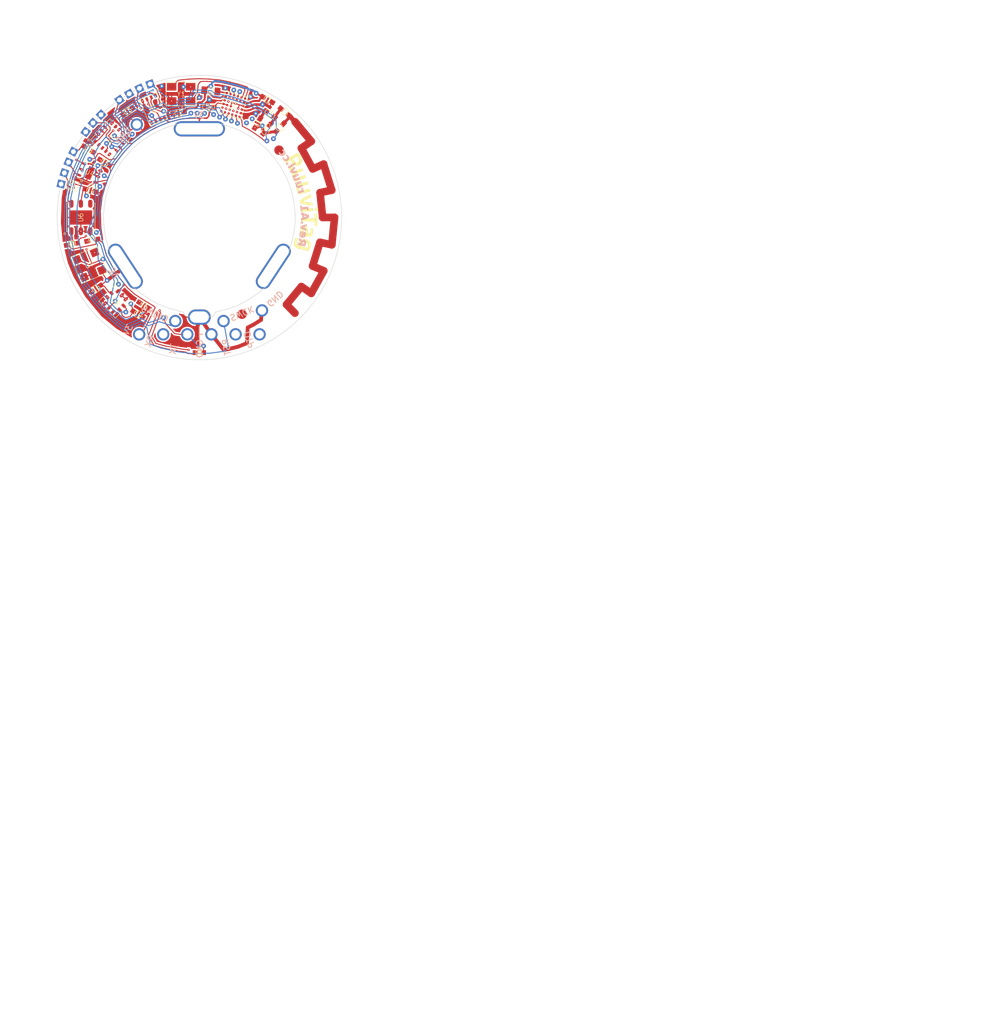
<source format=kicad_pcb>
(kicad_pcb (version 20221018) (generator pcbnew)
  (layers (0 "F.Cu" signal "Top") (1 "In1.Cu" signal "GND+Sig") (2 "In2.Cu" signal "VDD") (31 "B.Cu" signal "Bottom") (35 "F.Paste" user) (36 "B.SilkS" user "B.Silkscreen") (37 "F.SilkS" user "F.Silkscreen") (38 "B.Mask" user) (39 "F.Mask" user) (44 "Edge.Cuts" user))
  (net 0 "")
  (net 1 "GND")
  (net 2 "VDD")
  (net 3 "Net-(D1-Pad2)")
  (net 4 "/OTP_6V8_VIN")
  (net 5 "/ANTENNA")
  (net 6 "Net-(L2-Pad1)")
  (net 7 "/SPI_SCK")
  (net 8 "/ACC_INT1")
  (net 9 "/SPI_ACC_CS")
  (net 10 "/SPI_FLASH_CS")
  (net 11 "/SPI_MISO")
  (net 12 "/SPI_MOSI")
  (net 13 "/ACC_INT2")
  (net 14 "/I2C_SCL")
  (net 15 "/I2C_SDA")
  (net 16 "/P1_5")
  (net 17 "/P1_4")
  (net 18 "/RST")
  (net 19 "Net-(U1-PadA1)")
  (net 20 "Net-(U1-PadB1)")
  (net 21 "Net-(U1-PadF5)")
  (net 22 "Net-(U1-PadF6)")
  (net 23 "Net-(U3-Pad2)")
  (net 24 "Net-(U3-Pad3)")
  (net 25 "/LED")
  (net 26 "Net-(U6-Pad3)")
  (net 27 "Net-(U6-Pad4)")
  (net 28 "Net-(C7-Pad1)")
  (net 29 "Net-(U8-Pad5)")
  (net 30 "/VDCDC")
  (net 31 "Net-(U1-PadB2)")
  (net 32 "Net-(U1-PadC2)")
  (net 33 "Net-(C11-Pad2)")
  (net 34 "Net-(P33-Pad1)")
  (net 35 "Net-(P13-Pad1)")
  (net 36 "Net-(P14-Pad1)")
  (footprint "RuuviTag:05MM_PLATED_RECT_HOLE" (layer "F.Cu") (at 81.63 85.16 134)
    (fp_text reference "P1" hide)
    (fp_text value "SPI_SCK")
  )
  (footprint "RuuviTag:05MM_PLATED_RECT_HOLE" (layer "F.Cu") (at 86.81 81.93 110)
    (fp_text reference "P2" hide)
    (fp_text value "P0_1")
  )
  (footprint "RuuviTag:05MM_PLATED_RECT_HOLE" (layer "F.Cu") (at 85.68 82.39 115)
    (fp_text reference "P3" hide)
    (fp_text value "P0_2")
  )
  (footprint "RuuviTag:05MM_PLATED_RECT_HOLE" (layer "F.Cu") (at 84.6 82.95 120)
    (fp_text reference "P4" hide)
    (fp_text value "P0_3")
  )
  (footprint "RuuviTag:05MM_PLATED_RECT_HOLE" (layer "F.Cu") (at 80.01 86.98 144)
    (fp_text reference "P6" hide)
    (fp_text value "SPI_MISO")
  )
  (footprint "RuuviTag:05MM_PLATED_RECT_HOLE" (layer "F.Cu") (at 80.78 86.03 138)
    (fp_text reference "P7" hide)
    (fp_text value "SPI_MOSI")
  )
  (footprint "RuuviTag:05MM_PLATED_RECT_HOLE" (layer "F.Cu") (at 83.57 83.6 125)
    (fp_text reference "P8" hide)
    (fp_text value "P0_7")
  )
  (footprint "RuuviTag:05MM_PLATED_RECT_HOLE" (layer "F.Cu") (at 77.76 91.3 161)
    (fp_text reference "P9" hide)
    (fp_text value "I2C_SCL")
  )
  (footprint "RuuviTag:05MM_PLATED_RECT_HOLE" (layer "F.Cu") (at 78.2 90.17 156.6)
    (fp_text reference "P10" hide)
    (fp_text value "I2C_SDA")
  )
  (footprint "RuuviTag:09MM_PLATED_HOLE" (layer "F.Cu") (at 85.65 108.32 90)
    (fp_text reference "P18" hide)
    (fp_text value "EXTRNL_PWR_(DURING_FLASHING)")
  )
  (footprint "RuuviTag:09MM_PLATED_HOLE" (layer "F.Cu") (at 88.19 108.32 90)
    (fp_text reference "P20" hide)
    (fp_text value "UART_RX_(FLASHING)")
  )
  (footprint "RuuviTag:09MM_PLATED_HOLE" (layer "F.Cu") (at 93.27 108.32 90)
    (fp_text reference "P21" hide)
    (fp_text value "GND_(FLASHING)")
  )
  (footprint "RuuviTag:WIDE_PLATED_HOLE" (layer "F.Cu") (at 84.2 101.15 123.3)
    (fp_text reference "P27")
    (fp_text value "+BATT")
  )
  (footprint "RuuviTag:09MM_PLATED_HOLE" (layer "F.Cu") (at 85.4 86.2)
    (fp_text reference "P28" hide)
    (fp_text value "GND")
  )
  (footprint "RuuviTag:WIDE_PLATED_HOLE" (layer "F.Cu") (at 92 86.65)
    (fp_text reference "P32")
    (fp_text value "+BATT")
  )
  (footprint "RuuviTag:WIDE_PLATED_HOLE" (layer "F.Cu") (at 99.8 101.15 -123.4)
    (fp_text reference "P33")
    (fp_text value "+BATT")
  )
  (footprint "RuuviTag:09MM_PLATED_HOLE" (layer "F.Cu") (at 98.6 105.8 90)
    (fp_text reference "P34" hide)
    (fp_text value "GND")
  )
  (footprint "RuuviTag:WLCSP34" (layer "F.Cu") (at 95.57 84.13 -107)
    (fp_text reference "U1")
    (fp_text value "DA1458X_WLCSP34")
  )
  (footprint "RuuviTag:USON8_2X3MM" (layer "F.Cu") (at 87.17 84.59 -67.8)
    (fp_text reference "U2")
    (fp_text value "GENERIC_DATAFLASH")
  )
  (footprint "RuuviTag:LGA16_3X3MM" (layer "F.Cu") (at 82.65 87.71 47.7)
    (fp_text reference "U3")
    (fp_text value "LIS331DLH")
  )
  (footprint "RuuviTag:DFN6_3X3MM" (layer "F.Cu") (at 79.5 96 90)
    (fp_text reference "U6")
    (fp_text value "Si7006")
  )
  (footprint "RuuviTag:09MM_PLATED_HOLE" (layer "F.Cu") (at 90.73 108.32 90)
    (fp_text reference "P19" hide)
    (fp_text value "UART_TX_(FLASHING)")
  )
  (footprint "RuuviTag:MS5637" (layer "F.Cu") (at 80.4 101 -157.8)
    (fp_text reference "U7")
    (fp_text value "MS5637")
  )
  (footprint "RuuviTag:USON6_2X2MM_WITHTHRMLPAD" (layer "F.Cu") (at 80.44 91.31 156.6)
    (fp_text reference "U4")
    (fp_text value "OPT3001")
  )
  (footprint "RuuviTag:UVIS25" (layer "F.Cu") (at 83.15 104.85 -45.6)
    (fp_text reference "U8")
    (fp_text value "UVIS25")
  )
  (footprint "RuuviTag:0402_GENERAL" (layer "F.Cu") (at 99.19 83.57 -30)
    (fp_text reference "C1")
    (fp_text value "1u")
  )
  (footprint "RuuviTag:0402_GENERAL" (layer "F.Cu") (at 89.82 84.99 -169)
    (fp_text reference "C2")
    (fp_text value "1u")
  )
  (footprint "RuuviTag:0402_GENERAL" (layer "F.Cu") (at 84.44 84.81 -146)
    (fp_text reference "C3")
    (fp_text value "1u")
  )
  (footprint "RuuviTag:0402_GENERAL" (layer "F.Cu") (at 82.01 90.21 148)
    (fp_text reference "C5")
    (fp_text value "1u")
  )
  (footprint "RuuviTag:0402_GENERAL" (layer "F.Cu") (at 81.1 103.5 -145)
    (fp_text reference "C6")
    (fp_text value "1u")
  )
  (footprint "RuuviTag:0402_GENERAL" (layer "F.Cu") (at 100.5 86.51 -133)
    (fp_text reference "C7")
    (fp_text value "NA")
  )
  (footprint "RuuviTag:0402_GENERAL" (layer "F.Cu") (at 80.32 88.81 -32)
    (fp_text reference "C8")
    (fp_text value "1u")
  )
  (footprint "RuuviTag:0402_GENERAL" (layer "F.Cu") (at 85.52 106.19 -32)
    (fp_text reference "C9")
    (fp_text value "1u")
  )
  (footprint "RuuviTag:0402_GENERAL" (layer "F.Cu") (at 92.96 84.37 180)
    (fp_text reference "C10")
    (fp_text value "1u")
  )
  (footprint "RuuviTag:0402_GENERAL" (layer "F.Cu") (at 98.14 86.05 60)
    (fp_text reference "L1")
    (fp_text value "NA")
  )
  (footprint "RuuviTag:0402_GENERAL" (layer "F.Cu") (at 101.02 84.87 -40)
    (fp_text reference "L3")
    (fp_text value "0_ohm_resistor")
  )
  (footprint "RuuviTag:0402_GENERAL" (layer "F.Cu") (at 86.15 105.26 -32)
    (fp_text reference "R6")
    (fp_text value "470")
  )
  (footprint "RuuviTag:0402_GENERAL" (layer "F.Cu") (at 80.71 98.39 11.1)
    (fp_text reference "R7")
    (fp_text value "10k")
  )
  (footprint "RuuviTag:0402_GENERAL" (layer "F.Cu") (at 78.56 98.81 11.1)
    (fp_text reference "R8")
    (fp_text value "10k")
  )
  (footprint "RuuviTag:0402_LED" (layer "F.Cu") (at 92 110.25 180)
    (fp_text reference "D1")
    (fp_text value "LED")
  )
  (footprint "RuuviTag:09MM_PLATED_HOLE" (layer "F.Cu") (at 98.35 108.32 90)
    (fp_text reference "P22" hide)
    (fp_text value "OTP_6V8_(FLASHING)")
  )
  (footprint "RuuviTag:09MM_PLATED_HOLE" (layer "F.Cu") (at 95.82 108.32 90)
    (fp_text reference "P25" hide)
    (fp_text value "RST_(FLASHING)")
  )
  (footprint "RuuviTag:0402_GENERAL" (layer "F.Cu") (at 80.52 93.14 -15)
    (fp_text reference "C4")
    (fp_text value "1u")
  )
  (footprint "RuuviTag:WLCSP4" (layer "F.Cu") (at 78.61 92.61 -105)
    (fp_text reference "U5")
    (fp_text value "AT30TS74_WLCSP")
  )
  (footprint "RuuviTag:09MM_PLATED_HOLE" (layer "F.Cu") (at 89.46 106.92 90)
    (fp_text reference "P23" hide)
    (fp_text value "SWDIO")
  )
  (footprint "RuuviTag:09MM_PLATED_HOLE" (layer "F.Cu") (at 94.55 106.92 90)
    (fp_text reference "P24" hide)
    (fp_text value "SWD_CLK")
  )
  (footprint "RuuviTag:05MM_PLATED_RECT_HOLE" (layer "F.Cu") (at 78.71 89.06 152)
    (fp_text reference "P11" hide)
    (fp_text value "I2C_VDD")
  )
  (footprint "RuuviTag:05MM_PLATED_RECT_HOLE" (layer "F.Cu") (at 77.42 92.47 166)
    (fp_text reference "P12" hide)
    (fp_text value "I2C_GND")
  )
  (footprint "RuuviTag:0402_GENERAL" (layer "F.Cu") (at 99.48 85.11 -35)
    (fp_text reference "C11")
    (fp_text value "0_ohm_resistor")
  )
  (footprint "RuuviTag:0402_GENERAL" (layer "F.Cu") (at 99.09 86.69 -127)
    (fp_text reference "C12")
    (fp_text value "NA")
  )
  (footprint "RuuviTag:32X25MM_4PIN_CRYSTAL" (layer "F.Cu") (at 90.08 82.97)
    (fp_text reference "Y1")
    (fp_text value "16M")
  )
  (footprint "RuuviTag:0603_GENERAL" (layer "F.Cu") (at 93.21 82.65 175)
    (fp_text reference "L2")
    (fp_text value "2u2")
  )
  (footprint "RuuviTag:WIDE_PLATED_HOLE2" (layer "F.Cu") (at 92 106.5)
    (fp_text reference "P5")
    (fp_text value "ENERGY_HARVESTER_GND")
  )
  (footprint "RuuviTag:HIDDEN" (layer "F.Cu") (at 92 96)
    (fp_text reference "REF**" hide)
    (fp_text value "HIDDEN" hide)
  )
  (footprint "RuuviTag:FIDUCIAL_1MM" (layer "F.Cu") (at 96.5 106.2)
    (fp_text reference "P13" hide)
    (fp_text value "FIDUCIAL")
  )
  (footprint "RuuviTag:FIDUCIAL_1MM" (layer "F.Cu") (at 100.4 88.9)
    (fp_text reference "P14" hide)
    (fp_text value "FIDUCIAL")
  )
  (footprint "RuuviTag:RUUVITAG_CURVED_SILK" (layer "F.Cu") (at 102.6 94.31 -5)
    (fp_text reference "G***" hide)
    (fp_text value "RUUVITAG_CURVED_SILK" hide)
  )
  (footprint "RuuviTag:REVA1_RUUVICC_CURVED_SILK" (layer "B.Cu") (at 101.86 94.04 35)
    (fp_text reference "G***" hide)
    (fp_text value "REVA1_RUUVICC_CURVED_SILK" hide)
  )
  (gr_line (start 92.01 108.41) (end 92.05 108.34) (stroke (width 0.1)) (layer "B.SilkS"))
  (gr_line (start 92 108.65) (end 92 107.55) (stroke (width 0.1)) (layer "B.SilkS"))
  (gr_line (start 92.15 108.3) (end 92.2 108.3) (stroke (width 0.1)) (layer "B.SilkS"))
  (gr_line (start 92.08 108.32) (end 92.15 108.3) (stroke (width 0.1)) (layer "B.SilkS"))
  (gr_line (start 92.05 108.34) (end 92.08 108.32) (stroke (width 0.1)) (layer "B.SilkS"))
  (gr_line (start 92.2 108.3) (end 92.37 108.3) (stroke (width 0.1)) (layer "B.SilkS"))
  (gr_line (start 92 108.48) (end 92.01 108.41) (stroke (width 0.1)) (layer "B.SilkS"))
  (gr_line (start 90.37 106.1) (end 90.39 106.17) (stroke (width 0.05)) (layer "Edge.Cuts"))
  (gr_line (start 99.15 103.15) (end 98.3 103.9) (stroke (width 0.05)) (layer "Edge.Cuts"))
  (gr_line (start 90.64 106.41) (end 91 106.46) (stroke (width 0.05)) (layer "Edge.Cuts"))
  (gr_line (start 82.6 99.7) (end 82.7 99.95) (stroke (width 0.05)) (layer "Edge.Cuts"))
  (gr_line (start 83.1 91.2) (end 82.9 91.6) (stroke (width 0.05)) (layer "Edge.Cuts"))
  (gr_line (start 90 105.9) (end 90.26 105.96) (stroke (width 0.05)) (layer "Edge.Cuts"))
  (gr_line (start 101.7 98.8) (end 102 97.5) (stroke (width 0.05)) (layer "Edge.Cuts"))
  (gr_line (start 101.4 99.7) (end 101.25 100) (stroke (width 0.05)) (layer "Edge.Cuts"))
  (gr_line (start 98.3 88.1) (end 97.3 87.4) (stroke (width 0.05)) (layer "Edge.Cuts"))
  (gr_line (start 90.42 106.24) (end 90.46 106.3) (stroke (width 0.05)) (layer "Edge.Cuts"))
  (gr_line (start 101.4 99.7) (end 101.7 98.8) (stroke (width 0.05)) (layer "Edge.Cuts"))
  (gr_line (start 101.2 91.8) (end 100.6 90.7) (stroke (width 0.05)) (layer "Edge.Cuts"))
  (gr_line (start 99.9 89.7) (end 99.1 88.8) (stroke (width 0.05)) (layer "Edge.Cuts"))
  (gr_line (start 90.6 106.4) (end 90.64 106.41) (stroke (width 0.05)) (layer "Edge.Cuts"))
  (gr_line (start 90.46 106.3) (end 90.52 106.36) (stroke (width 0.05)) (layer "Edge.Cuts"))
  (gr_line (start 85.7 88.1) (end 84.9 88.8) (stroke (width 0.05)) (layer "Edge.Cuts"))
  (gr_line (start 90.34 106.02) (end 90.36 106.06) (stroke (width 0.05)) (layer "Edge.Cuts"))
  (gr_line (start 82 94.6) (end 81.9 95.6) (stroke (width 0.05)) (layer "Edge.Cuts"))
  (gr_line (start 93.62 106.14) (end 93.57 106.26) (stroke (width 0.05)) (layer "Edge.Cuts"))
  (gr_line (start 99.1 88.8) (end 98.3 88.1) (stroke (width 0.05)) (layer "Edge.Cuts"))
  (gr_line (start 93.43 106.39) (end 93.35 106.41) (stroke (width 0.05)) (layer "Edge.Cuts"))
  (gr_line (start 95.7 86.6) (end 94.8 86.3) (stroke (width 0.05)) (layer "Edge.Cuts"))
  (gr_line (start 102 94.5) (end 101.7 93.1) (stroke (width 0.05)) (layer "Edge.Cuts"))
  (gr_line (start 93 106.46) (end 93.35 106.41) (stroke (width 0.05)) (layer "Edge.Cuts"))
  (gr_line (start 93.75 105.96) (end 94 105.9) (stroke (width 0.05)) (layer "Edge.Cuts"))
  (gr_line (start 82.2 98.5) (end 82.6 99.7) (stroke (width 0.05)) (layer "Edge.Cuts"))
  (gr_line (start 102 97.5) (end 102.1 96.5) (stroke (width 0.05)) (layer "Edge.Cuts"))
  (gr_line (start 91 106.46) (end 93 106.46) (stroke (width 0.05)) (layer "Edge.Cuts"))
  (gr_line (start 82 97.4) (end 82.2 98.5) (stroke (width 0.05)) (layer "Edge.Cuts"))
  (gr_line (start 84.1 89.7) (end 83.6 90.4) (stroke (width 0.05)) (layer "Edge.Cuts"))
  (gr_line (start 90.39 106.17) (end 90.42 106.24) (stroke (width 0.05)) (layer "Edge.Cuts"))
  (gr_line (start 82.1 94) (end 82 94.6) (stroke (width 0.05)) (layer "Edge.Cuts"))
  (gr_circle (center 92 96) (end 107 96) (stroke (width 0.05)) (fill none) (layer "Edge.Cuts"))
  (gr_line (start 85.8 104) (end 86.7 104.6) (stroke (width 0.05)) (layer "Edge.Cuts"))
  (gr_line (start 90 86.1) (end 92 87.07) (stroke (width 0.05)) (layer "Edge.Cuts"))
  (gr_line (start 102.1 95.6) (end 102 94.5) (stroke (width 0.05)) (layer "Edge.Cuts"))
  (gr_line (start 81.9 95.6) (end 81.9 96.4) (stroke (width 0.05)) (layer "Edge.Cuts"))
  (gr_line (start 90.52 106.36) (end 90.6 106.4) (stroke (width 0.05)) (layer "Edge.Cuts"))
  (gr_line (start 92 87.07) (end 94 86.1) (stroke (width 0.05)) (layer "Edge.Cuts"))
  (gr_line (start 84.9 88.8) (end 84.1 89.7) (stroke (width 0.05)) (layer "Edge.Cuts"))
  (gr_line (start 94.8 105.7) (end 96 105.3) (stroke (width 0.05)) (layer "Edge.Cuts"))
  (gr_line (start 90.3 105.98) (end 90.34 106.02) (stroke (width 0.05)) (layer "Edge.Cuts"))
  (gr_line (start 93.62 106.12) (end 93.65 106.04) (stroke (width 0.05)) (layer "Edge.Cuts"))
  (gr_line (start 96.4 86.9) (end 95.7 86.6) (stroke (width 0.05)) (layer "Edge.Cuts"))
  (gr_line (start 87.2 87.1) (end 86.4 87.6) (stroke (width 0.05)) (layer "Edge.Cuts"))
  (gr_line (start 86.4 87.6) (end 85.7 88.1) (stroke (width 0.05)) (layer "Edge.Cuts"))
  (gr_line (start 84.55 100.91) (end 84.85 103.15) (stroke (width 0.05)) (layer "Edge.Cuts"))
  (gr_line (start 90.36 106.06) (end 90.37 106.1) (stroke (width 0.05)) (layer "Edge.Cuts"))
  (gr_line (start 90 86.1) (end 89.2 86.3) (stroke (width 0.05)) (layer "Edge.Cuts"))
  (gr_line (start 82.7 99.95) (end 84.55 100.91) (stroke (width 0.05)) (layer "Edge.Cuts"))
  (gr_line (start 82.9 91.6) (end 82.6 92.3) (stroke (width 0.05)) (layer "Edge.Cuts"))
  (gr_line (start 99.15 103.15) (end 99.42 100.97) (stroke (width 0.05)) (layer "Edge.Cuts"))
  (gr_line (start 88.3 86.6) (end 87.2 87.1) (stroke (width 0.05)) (layer "Edge.Cuts"))
  (gr_line (start 90.26 105.96) (end 90.3 105.98) (stroke (width 0.05)) (layer "Edge.Cuts"))
  (gr_line (start 81.9 96.4) (end 82 97.4) (stroke (width 0.05)) (layer "Edge.Cuts"))
  (gr_line (start 82.6 92.3) (end 82.3 93.2) (stroke (width 0.05)) (layer "Edge.Cuts"))
  (gr_line (start 102.1 96.5) (end 102.1 95.6) (stroke (width 0.05)) (layer "Edge.Cuts"))
  (gr_line (start 94.8 86.3) (end 94 86.1) (stroke (width 0.05)) (layer "Edge.Cuts"))
  (gr_line (start 97.3 104.6) (end 98.3 103.9) (stroke (width 0.05)) (layer "Edge.Cuts"))
  (gr_line (start 83.6 90.4) (end 83.1 91.2) (stroke (width 0.05)) (layer "Edge.Cuts"))
  (gr_line (start 99.42 100.97) (end 101.25 100) (stroke (width 0.05)) (layer "Edge.Cuts"))
  (gr_line (start 93.65 106.04) (end 93.69 106) (stroke (width 0.05)) (layer "Edge.Cuts"))
  (gr_line (start 94 105.9) (end 94.8 105.7) (stroke (width 0.05)) (layer "Edge.Cuts"))
  (gr_line (start 85 103.3) (end 85.8 104) (stroke (width 0.05)) (layer "Edge.Cuts"))
  (gr_line (start 93.69 106) (end 93.75 105.96) (stroke (width 0.05)) (layer "Edge.Cuts"))
  (gr_line (start 93.57 106.26) (end 93.51 106.34) (stroke (width 0.05)) (layer "Edge.Cuts"))
  (gr_line (start 93.51 106.34) (end 93.43 106.39) (stroke (width 0.05)) (layer "Edge.Cuts"))
  (gr_line (start 86.7 104.6) (end 87.6 105.1) (stroke (width 0.05)) (layer "Edge.Cuts"))
  (gr_line (start 84.85 103.15) (end 85 103.3) (stroke (width 0.05)) (layer "Edge.Cuts"))
  (gr_line (start 89.2 86.3) (end 88.3 86.6) (stroke (width 0.05)) (layer "Edge.Cuts"))
  (gr_line (start 96 105.3) (end 97.3 104.6) (stroke (width 0.05)) (layer "Edge.Cuts"))
  (gr_line (start 87.6 105.1) (end 88.9 105.6) (stroke (width 0.05)) (layer "Edge.Cuts"))
  (gr_line (start 100.6 90.7) (end 99.9 89.7) (stroke (width 0.05)) (layer "Edge.Cuts"))
  (gr_line (start 88.9 105.6) (end 90 105.9) (stroke (width 0.05)) (layer "Edge.Cuts"))
  (gr_line (start 101.7 93.1) (end 101.2 91.8) (stroke (width 0.05)) (layer "Edge.Cuts"))
  (gr_line (start 97.3 87.4) (end 96.4 86.9) (stroke (width 0.05)) (layer "Edge.Cuts"))
  (gr_line (start 82.3 93.2) (end 82.1 94) (stroke (width 0.05)) (layer "Edge.Cuts"))
  (gr_text "3V" (at 91.98 85.23) (layer "B.SilkS") (effects (font (size 0.65 0.65) (thickness 0.1)) (justify mirror)))
  (gr_text "GND" (at 92.03 109.83 90) (layer "B.SilkS") (effects (font (size 0.65 0.65) (thickness 0.1)) (justify mirror)))
  (gr_text "3V" (at 84.47 107.84 60) (layer "B.SilkS") (effects (font (size 0.65 0.65) (thickness 0.1)) (justify mirror)))
  (gr_text "3V" (at 83 101.81 124) (layer "B.SilkS") (effects (font (size 0.65 0.65) (thickness 0.1)) (justify mirror)))
  (gr_text "GND" (at 84.02 87.42 43) (layer "B.SilkS") (effects (font (size 0.65 0.65) (thickness 0.1)) (justify mirror)))
  (gr_text "RX" (at 86.76 109.03 70) (layer "B.SilkS") (effects (font (size 0.65 0.65) (thickness 0.1)) (justify mirror)))
  (gr_text "SWCK" (at 96.48 106.1 203) (layer "B.SilkS") (effects (font (size 0.65 0.65) (thickness 0.1)) (justify mirror)))
  (gr_text "RST" (at 94.88 109.65 100) (layer "B.SilkS") (effects (font (size 0.65 0.65) (thickness 0.1)) (justify mirror)))
  (gr_text "GND" (at 99.97 104.56 223) (layer "B.SilkS") (effects (font (size 0.65 0.65) (thickness 0.1)) (justify mirror)))
  (gr_text "SWDIO" (at 87.31 106.12 155) (layer "B.SilkS") (effects (font (size 0.65 0.65) (thickness 0.1)) (justify mirror)))
  (gr_text "OTP" (at 97.29 108.88 110) (layer "B.SilkS") (effects (font (size 0.65 0.65) (thickness 0.1)) (justify mirror)))
  (gr_text "TX" (at 89.25 109.87 80) (layer "B.SilkS") (effects (font (size 0.65 0.65) (thickness 0.1)) (justify mirror)))
  (segment (start 88.29 82.66) (end 89.08 83.72) (width 0.15) (layer "F.Cu") (net 1))
  (segment (start 88.29 82.66) (end 88.29 82.18) (width 0.15) (layer "F.Cu") (net 1))
  (segment (start 88.29 82.18) (end 88.03 82.15) (width 0.15) (layer "F.Cu") (net 1))
  (segment (start 96.350882 84.996155) (end 96.67 85.08) (width 0.2) (layer "F.Cu") (net 1))
  (segment (start 96.67 85.08) (end 96.97 85.11) (width 0.2) (layer "F.Cu") (net 1))
  (segment (start 96.97 85.11) (end 97.2 85.08) (width 0.2) (layer "F.Cu") (net 1))
  (segment (start 97.2 85.08) (end 97.53 84.99) (width 0.2) (layer "F.Cu") (net 1))
  (segment (start 97.53 84.99) (end 97.75 84.93) (width 0.2) (layer "F.Cu") (net 1))
  (segment (start 97.75 84.93) (end 97.94 85.04) (width 0.2) (layer "F.Cu") (net 1))
  (segment (start 96.82 84.34) (end 96.584779 84.231111) (width 0.2) (layer "F.Cu") (net 1))
  (segment (start 96.82 84.34) (end 97.03 84.35) (width 0.2) (layer "F.Cu") (net 1))
  (segment (start 97.03 84.35) (end 97.3 84.29) (width 0.2) (layer "F.Cu") (net 1))
  (segment (start 97.3 84.29) (end 97.58 84.18) (width 0.2) (layer "F.Cu") (net 1))
  (segment (start 97.58 84.18) (end 97.83 84.1) (width 0.2) (layer "F.Cu") (net 1))
  (segment (start 97.83 84.1) (end 98.15 84.08) (width 0.2) (layer "F.Cu") (net 1))
  (segment (start 98.15 84.08) (end 98.46 84.17) (width 0.2) (layer "F.Cu") (net 1))
  (segment (start 98.46 84.17) (end 98.66 84.08) (width 0.2) (layer "F.Cu") (net 1))
  (segment (start 95.437213 83.880265) (end 95.819735 83.997213) (width 0.1) (layer "F.Cu") (net 1))
  (segment (start 95.437213 83.880265) (end 95.320265 84.262787) (width 0.1) (layer "F.Cu") (net 1))
  (segment (start 95.819735 83.997213) (end 96.217922 84.118951) (width 0.1) (layer "F.Cu") (net 1))
  (segment (start 96.085309 84.496684) (end 96.217922 84.118951) (width 0.1) (layer "F.Cu") (net 1))
  (segment (start 96.217922 84.118951) (end 96.584779 84.231111) (width 0.1) (layer "F.Cu") (net 1))
  (segment (start 98.63 86.34) (end 98.759002 87.12925) (width 0.3) (layer "F.Cu") (net 1))
  (segment (start 97.865 86.526314) (end 98.63 86.34) (width 0.3) (layer "F.Cu") (net 1))
  (segment (start 94.44 83.58) (end 94.67217 83.646367) (width 0.1) (layer "F.Cu") (net 1))
  (segment (start 94.44 83.58) (end 94.28 83.72) (width 0.1) (layer "F.Cu") (net 1))
  (segment (start 94.28 83.72) (end 93.4 83.6) (width 0.1) (layer "F.Cu") (net 1))
  (segment (start 93.4 83.6) (end 93.06 83.59) (width 0.1) (layer "F.Cu") (net 1))
  (segment (start 92.41 84.37) (end 93.06 83.59) (width 0.1) (layer "F.Cu") (net 1))
  (segment (start 99.666314 83.845) (end 98.66 84.08) (width 0.1) (layer "F.Cu") (net 1))
  (segment (start 95.288589 82.998272) (end 95.18 82.65) (width 0.1) (layer "F.Cu") (net 1))
  (segment (start 95.18 82.65) (end 94.93 82.52) (width 0.1) (layer "F.Cu") (net 1))
  (segment (start 94.93 82.52) (end 94.74 82.36) (width 0.1) (layer "F.Cu") (net 1))
  (segment (start 81.311867 91.68729) (end 80.44 91.31) (width 0.1) (layer "F.Cu") (net 1))
  (segment (start 91.08 82.22) (end 90.31 82.23) (width 0.1) (layer "F.Cu") (net 1))
  (segment (start 88.43 84.3) (end 88.714075 84.565642) (width 0.15) (layer "F.Cu") (net 1))
  (segment (start 88.212878 83.715217) (end 88.344046 84.068497) (width 0.15) (layer "F.Cu") (net 1))
  (segment (start 88.344046 84.068497) (end 88.43 84.3) (width 0.15) (layer "F.Cu") (net 1))
  (segment (start 88.714075 84.565642) (end 88.951866 84.788004) (width 0.15) (layer "F.Cu") (net 1))
  (segment (start 88.951866 84.788004) (end 89.280105 85.094945) (width 0.15) (layer "F.Cu") (net 1))
  (segment (start 89.280105 85.094945) (end 89.530505 84.651581) (width 0.15) (layer "F.Cu") (net 1))
  (segment (start 89.65 84.44) (end 89.818019 84.409197) (width 0.15) (layer "F.Cu") (net 1))
  (segment (start 90.25 84.33) (end 90.25 83.89) (width 0.15) (layer "F.Cu") (net 1))
  (segment (start 90.25 82.48) (end 90.31 82.23) (width 0.15) (layer "F.Cu") (net 1))
  (segment (start 89.530505 84.651581) (end 89.65 84.44) (width 0.15) (layer "F.Cu") (net 1))
  (segment (start 89.818019 84.409197) (end 90.201626 84.338869) (width 0.15) (layer "F.Cu") (net 1))
  (segment (start 90.201626 84.338869) (end 90.25 84.33) (width 0.15) (layer "F.Cu") (net 1))
  (segment (start 90.25 83.89) (end 90.25 83.39) (width 0.15) (layer "F.Cu") (net 1))
  (segment (start 90.25 83.39) (end 90.25 82.93) (width 0.15) (layer "F.Cu") (net 1))
  (segment (start 90.25 82.93) (end 90.25 82.48) (width 0.15) (layer "F.Cu") (net 1))
  (segment (start 97.01 109.25) (end 96.07 109.63) (width 0.4) (layer "F.Cu") (net 1))
  (segment (start 96.07 109.63) (end 95.01 109.88) (width 0.4) (layer "F.Cu") (net 1))
  (segment (start 95.01 109.88) (end 94.58 109.97) (width 0.4) (layer "F.Cu") (net 1))
  (segment (start 93.27 108.32) (end 94.58 109.97) (width 0.4) (layer "F.Cu") (net 1))
  (segment (start 86.616426 105.551456) (end 85.986426 106.481456) (width 0.1) (layer "F.Cu") (net 1))
  (segment (start 98.759002 87.12925) (end 100.124901 86.912245) (width 0.3) (layer "F.Cu") (net 1))
  (segment (start 88.212878 83.715217) (end 88.2 83.42) (width 0.15) (layer "F.Cu") (net 1))
  (segment (start 88.2 83.42) (end 88.162853 83.312469) (width 0.15) (layer "F.Cu") (net 1))
  (segment (start 87.82 82.32) (end 88.03 82.15) (width 0.15) (layer "F.Cu") (net 1))
  (segment (start 88.162853 83.312469) (end 88.029584 82.92669) (width 0.15) (layer "F.Cu") (net 1))
  (segment (start 88.029584 82.92669) (end 87.900467 82.552931) (width 0.15) (layer "F.Cu") (net 1))
  (segment (start 87.900467 82.552931) (end 87.82 82.32) (width 0.15) (layer "F.Cu") (net 1))
  (segment (start 93.27 108.32) (end 92 106.5) (width 0.4) (layer "F.Cu") (net 1))
  (segment (start 92 106.5) (end 91.82 107.43) (width 0.4) (layer "F.Cu") (net 1))
  (segment (start 91.82 107.43) (end 91.78 108.86) (width 0.4) (layer "F.Cu") (net 1))
  (segment (start 97.01 109.25) (end 97.1 107.6) (width 0.4) (layer "F.Cu") (net 1))
  (segment (start 97.1 107.6) (end 97.7 107.3) (width 0.4) (layer "F.Cu") (net 1))
  (segment (start 97.7 107.3) (end 98.5 106.8) (width 0.4) (layer "F.Cu") (net 1))
  (segment (start 98.5 106.8) (end 98.6 105.8) (width 0.4) (layer "F.Cu") (net 1))
  (via micro (at 80.649466 103.815467) (size 0.25) (drill 0.1) (layers "F.Cu" "In1.Cu") (net 1))
  (via micro (at 85.986426 106.481456) (size 0.25) (drill 0.1) (layers "F.Cu" "In1.Cu") (net 1))
  (via micro (at 96.085309 84.496684) (size 0.25) (drill 0.1) (layers "F.Cu" "In1.Cu") (net 1))
  (via micro (at 81.570013 91.09075) (size 0.25) (drill 0.1) (layers "F.Cu" "In1.Cu") (net 1))
  (via micro (at 95.819735 83.997213) (size 0.25) (drill 0.1) (layers "F.Cu" "In1.Cu") (net 1))
  (via micro (at 90.25 82.93) (size 0.25) (drill 0.1) (layers "F.Cu" "In1.Cu") (net 1))
  (via micro (at 89.280105 85.094945) (size 0.25) (drill 0.1) (layers "F.Cu" "In1.Cu") (net 1))
  (via micro (at 89.08 83.72) (size 0.25) (drill 0.1) (layers "F.Cu" "In1.Cu") (net 1))
  (via micro (at 86.003296 83.716042) (size 0.25) (drill 0.1) (layers "F.Cu" "In1.Cu") (net 1))
  (via micro (at 90.201626 84.338869) (size 0.25) (drill 0.1) (layers "F.Cu" "In1.Cu") (net 1))
  (via (at 90.31 82.23) (size 0.5) (drill 0.2) (layers "F.Cu" "B.Cu") (net 1))
  (via micro (at 90.25 83.89) (size 0.25) (drill 0.1) (layers "F.Cu" "In1.Cu") (net 1))
  (via micro (at 97.865 86.526314) (size 0.25) (drill 0.1) (layers "F.Cu" "In1.Cu") (net 1))
  (via (at 94.74 82.36) (size 0.5) (drill 0.2) (layers "F.Cu" "B.Cu") (net 1))
  (via micro (at 89.530505 84.651581) (size 0.25) (drill 0.1) (layers "F.Cu" "In1.Cu") (net 1))
  (via micro (at 87.900467 82.552931) (size 0.25) (drill 0.1) (layers "F.Cu" "In1.Cu") (net 1))
  (via micro (at 84.230685 104.631495) (size 0.25) (drill 0.1) (layers "F.Cu" "In1.Cu") (net 1))
  (via micro (at 83.984029 85.117556) (size 0.25) (drill 0.1) (layers "F.Cu" "In1.Cu") (net 1))
  (via micro (at 82.069315 105.068505) (size 0.25) (drill 0.1) (layers "F.Cu" "In1.Cu") (net 1))
  (via (at 91.99 83.36) (size 0.5) (drill 0.2) (layers "F.Cu" "B.Cu") (net 1))
  (via (at 98.66 84.08) (size 0.5) (drill 0.2) (layers "F.Cu" "B.Cu") (net 1))
  (via micro (at 83.894732 87.084986) (size 0.25) (drill 0.1) (layers "F.Cu" "In1.Cu") (net 1))
  (via micro (at 82.514715 89.344533) (size 0.25) (drill 0.1) (layers "F.Cu" "In1.Cu") (net 1))
  (via micro (at 88.344046 84.068497) (size 0.25) (drill 0.1) (layers "F.Cu" "In1.Cu") (net 1))
  (via (at 97.41 83.27) (size 0.5) (drill 0.2) (layers "F.Cu" "B.Cu") (net 1))
  (via micro (at 80.786426 89.101456) (size 0.25) (drill 0.1) (layers "F.Cu" "In1.Cu") (net 1))
  (via micro (at 96.584779 84.231111) (size 0.25) (drill 0.1) (layers "F.Cu" "In1.Cu") (net 1))
  (via (at 88.03 82.15) (size 0.5) (drill 0.2) (layers "F.Cu" "B.Cu") (net 1))
  (via micro (at 81.543574 89.918544) (size 0.25) (drill 0.1) (layers "F.Cu" "In1.Cu") (net 1))
  (via (at 97.94 85.04) (size 0.5) (drill 0.2) (layers "F.Cu" "B.Cu") (net 1))
  (via micro (at 91.08 82.22) (size 0.25) (drill 0.1) (layers "F.Cu" "In1.Cu") (net 1))
  (via micro (at 88.951866 84.788004) (size 0.25) (drill 0.1) (layers "F.Cu" "In1.Cu") (net 1))
  (via micro (at 88.714075 84.565642) (size 0.25) (drill 0.1) (layers "F.Cu" "In1.Cu") (net 1))
  (via micro (at 88.029584 82.92669) (size 0.25) (drill 0.1) (layers "F.Cu" "In1.Cu") (net 1))
  (via (at 93.06 83.59) (size 0.5) (drill 0.2) (layers "F.Cu" "B.Cu") (net 1))
  (via micro (at 81.311867 91.68729) (size 0.25) (drill 0.1) (layers "F.Cu" "In1.Cu") (net 1))
  (via micro (at 89.818019 84.409197) (size 0.25) (drill 0.1) (layers "F.Cu" "In1.Cu") (net 1))
  (via micro (at 90.25 83.39) (size 0.25) (drill 0.1) (layers "F.Cu" "In1.Cu") (net 1))
  (via micro (at 81.351973 87.204899) (size 0.25) (drill 0.1) (layers "F.Cu" "In1.Cu") (net 1))
  (via micro (at 88.162853 83.312469) (size 0.25) (drill 0.1) (layers "F.Cu" "In1.Cu") (net 1))
  (via micro (at 78.751421 92.854949) (size 0.25) (drill 0.1) (layers "F.Cu" "In1.Cu") (net 1))
  (via micro (at 79.85197 102.303711) (size 0.25) (drill 0.1) (layers "F.Cu" "In1.Cu") (net 1))
  (via micro (at 88.212878 83.715217) (size 0.25) (drill 0.1) (layers "F.Cu" "In1.Cu") (net 1))
  (via (at 98.63 86.34) (size 0.5) (drill 0.2) (layers "F.Cu" "B.Cu") (net 1))
  (via micro (at 79.5 97.45) (size 0.25) (drill 0.1) (layers "F.Cu" "In1.Cu") (net 1))
  (via micro (at 83.810887 104.202811) (size 0.25) (drill 0.1) (layers "F.Cu" "In1.Cu") (net 1))
  (via micro (at 79.5 96) (size 0.25) (drill 0.1) (layers "F.Cu" "In1.Cu") (net 1))
  (via micro (at 82.785285 86.075467) (size 0.25) (drill 0.1) (layers "F.Cu" "In1.Cu") (net 1))
  (segment (start 88.336704 85.463958) (end 87.873769 85.652878) (width 0.15) (layer "F.Cu") (net 2))
  (segment (start 94.937743 84.145838) (end 94.555221 84.028889) (width 0.1) (layer "F.Cu") (net 2))
  (segment (start 94.555221 84.028889) (end 93.94 83.93) (width 0.1) (layer "F.Cu") (net 2))
  (segment (start 93.94 83.93) (end 93.51 84.37) (width 0.1) (layer "F.Cu") (net 2))
  (segment (start 82.024986 86.465268) (end 82.31 86.73) (width 0.1) (layer "F.Cu") (net 2))
  (segment (start 82.31 86.73) (end 81.980859 87.108162) (width 0.1) (layer "F.Cu") (net 2))
  (segment (start 81.37 87.81) (end 81.035453 87.998508) (width 0.1) (layer "F.Cu") (net 2))
  (segment (start 81.68848 86.835084) (end 81.980859 87.108162) (width 0.1) (layer "F.Cu") (net 2))
  (segment (start 81.980859 87.108162) (end 81.37 87.81) (width 0.1) (layer "F.Cu") (net 2))
  (segment (start 79.5 94.55) (end 79.6 93.77) (width 0.1) (layer "F.Cu") (net 2))
  (segment (start 79.6 93.77) (end 79.7 93.29) (width 0.1) (layer "F.Cu") (net 2))
  (segment (start 79.7 93.29) (end 79.72 93.2) (width 0.1) (layer "F.Cu") (net 2))
  (segment (start 79.72 93.2) (end 79.988741 92.99765) (width 0.1) (layer "F.Cu") (net 2))
  (segment (start 81.053721 92.283831) (end 79.988741 92.99765) (width 0.1) (layer "F.Cu") (net 2))
  (segment (start 78.854949 92.468579) (end 79.74 92.72) (width 0.1) (layer "F.Cu") (net 2))
  (segment (start 79.74 92.72) (end 79.988741 92.99765) (width 0.1) (layer "F.Cu") (net 2))
  (segment (start 81.550534 103.184533) (end 81.98 103.25) (width 0.1) (layer "F.Cu") (net 2))
  (segment (start 81.98 103.25) (end 82.33 103.7) (width 0.1) (layer "F.Cu") (net 2))
  (segment (start 82.33 103.7) (end 82.46 103.87) (width 0.1) (layer "F.Cu") (net 2))
  (segment (start 82.46 103.87) (end 82.717153 103.979214) (width 0.1) (layer "F.Cu") (net 2))
  (segment (start 88.336704 85.463958) (end 88.45 85.76) (width 0.1) (layer "F.Cu") (net 2))
  (segment (start 88.45 85.76) (end 88.83 85.94) (width 0.1) (layer "F.Cu") (net 2))
  (segment (start 88.83 85.94) (end 88.848737 85.935281) (width 0.1) (layer "F.Cu") (net 2))
  (segment (start 88.848737 85.935281) (end 90.18 85.6) (width 0.1) (layer "F.Cu") (net 2))
  (segment (start 87.81 86.34) (end 88.848737 85.935281) (width 0.1) (layer "F.Cu") (net 2))
  (segment (start 87.81 86.34) (end 86.8 86.85) (width 0.1) (layer "F.Cu") (net 2))
  (segment (start 86.8 86.85) (end 85.78 87.5) (width 0.1) (layer "F.Cu") (net 2))
  (segment (start 85.78 87.5) (end 84.93 88.19) (width 0.1) (layer "F.Cu") (net 2))
  (segment (start 84.93 88.19) (end 84.5 88.21) (width 0.1) (layer "F.Cu") (net 2))
  (segment (start 84.5 88.21) (end 83.78 87.59) (width 0.1) (layer "F.Cu") (net 2))
  (segment (start 83.78 87.59) (end 83.24 87.57) (width 0.1) (layer "F.Cu") (net 2))
  (segment (start 83.05 87.39) (end 83.24 87.57) (width 0.1) (layer "F.Cu") (net 2))
  (segment (start 79.988741 93.628741) (end 80.09 93.73) (width 0.1) (layer "F.Cu") (net 2))
  (segment (start 82.476426 90.501456) (end 83.1 90.37) (width 0.1) (layer "F.Cu") (net 2))
  (segment (start 83.1 90.37) (end 83.58 89.7) (width 0.1) (layer "F.Cu") (net 2))
  (segment (start 83.58 89.7) (end 84.22 88.92) (width 0.1) (layer "F.Cu") (net 2))
  (segment (start 84.22 88.92) (end 84.93 88.19) (width 0.1) (layer "F.Cu") (net 2))
  (segment (start 81.035453 87.998508) (end 80.7 88.42) (width 0.1) (layer "F.Cu") (net 2))
  (segment (start 80.7 88.42) (end 79.853574 88.518544) (width 0.1) (layer "F.Cu") (net 2))
  (segment (start 79.853574 88.518544) (end 79.48 88.62) (width 0.1) (layer "F.Cu") (net 2))
  (segment (start 79.48 88.62) (end 79.38 88.78) (width 0.1) (layer "F.Cu") (net 2))
  (segment (start 79.38 88.78) (end 79.32 88.86) (width 0.1) (layer "F.Cu") (net 2))
  (segment (start 79.32 88.86) (end 78.71 89.06) (width 0.1) (layer "F.Cu") (net 2))
  (segment (start 78.020289 98.915887) (end 78.66 99.33) (width 0.1) (layer "F.Cu") (net 2))
  (segment (start 78.66 99.33) (end 79.55 99.14) (width 0.1) (layer "F.Cu") (net 2))
  (segment (start 79.55 99.14) (end 81.06 98.83) (width 0.1) (layer "F.Cu") (net 2))
  (segment (start 81.06 98.83) (end 81.249711 98.284113) (width 0.1) (layer "F.Cu") (net 2))
  (segment (start 83.582847 105.720786) (end 83.78 105.92) (width 0.1) (layer "F.Cu") (net 2))
  (segment (start 83.78 105.92) (end 83.86 106.34) (width 0.1) (layer "F.Cu") (net 2))
  (segment (start 83.86 106.34) (end 84.2 106.57) (width 0.1) (layer "F.Cu") (net 2))
  (segment (start 84.2 106.57) (end 84.71 106.43) (width 0.1) (layer "F.Cu") (net 2))
  (segment (start 84.71 106.43) (end 85.053574 105.898544) (width 0.1) (layer "F.Cu") (net 2))
  (segment (start 85.053574 105.898544) (end 84.78 105.1) (width 0.1) (layer "F.Cu") (net 2))
  (segment (start 84.41 103.4) (end 85.16 104.07) (width 0.1) (layer "F.Cu") (net 2))
  (segment (start 85.16 104.07) (end 85.97 104.6) (width 0.1) (layer "F.Cu") (net 2))
  (segment (start 85.97 104.6) (end 87.17 105.33) (width 0.1) (layer "F.Cu") (net 2))
  (segment (start 87.17 105.33) (end 87.3 105.42) (width 0.1) (layer "F.Cu") (net 2))
  (segment (start 81.550534 103.184533) (end 82.27 102.63) (width 0.1) (layer "F.Cu") (net 2))
  (segment (start 82.27 102.63) (end 81.91 102.08) (width 0.1) (layer "F.Cu") (net 2))
  (segment (start 81.91 102.08) (end 81.703711 101.54803) (width 0.1) (layer "F.Cu") (net 2))
  (segment (start 87.3 105.42) (end 87.32 105.56) (width 0.1) (layer "F.Cu") (net 2))
  (segment (start 87.32 105.56) (end 86.17 107.87) (width 0.1) (layer "F.Cu") (net 2))
  (segment (start 86.17 107.87) (end 85.65 108.32) (width 0.1) (layer "F.Cu") (net 2))
  (segment (start 86.466231 83.527122) (end 86.672438 84.00463) (width 0.1) (layer "F.Cu") (net 2))
  (segment (start 86.99 84.74) (end 87.58 84.99) (width 0.1) (layer "F.Cu") (net 2))
  (segment (start 87.58 84.99) (end 87.873769 85.652878) (width 0.1) (layer "F.Cu") (net 2))
  (segment (start 86.61 84.05) (end 86.672438 84.004629) (width 0.1) (layer "F.Cu") (net 2))
  (segment (start 86.672438 84.004629) (end 86.672438 84.00463) (width 0.1) (layer "F.Cu") (net 2))
  (segment (start 86.672438 84.00463) (end 86.99 84.74) (width 0.1) (layer "F.Cu") (net 2))
  (segment (start 78.86 92.47) (end 78.854949 92.468579) (width 0.1) (layer "F.Cu") (net 2))
  (segment (start 81.053721 92.283831) (end 82.27 92.06) (width 0.1) (layer "F.Cu") (net 2))
  (segment (start 82.27 92.06) (end 82.53 91.44) (width 0.1) (layer "F.Cu") (net 2))
  (segment (start 82.53 91.44) (end 82.66 91.16) (width 0.1) (layer "F.Cu") (net 2))
  (segment (start 82.66 91.16) (end 82.476426 90.501456) (width 0.1) (layer "F.Cu") (net 2))
  (segment (start 84.2 101.15) (end 82.27 102.63) (width 0.4) (layer "F.Cu") (net 2))
  (segment (start 82.18 99.95) (end 82.190968 99.970968) (width 0.1) (layer "F.Cu") (net 2))
  (segment (start 82.52 100.6) (end 82.95 101.41) (width 0.1) (layer "F.Cu") (net 2))
  (segment (start 82.95 101.41) (end 83.52 102.28) (width 0.1) (layer "F.Cu") (net 2))
  (segment (start 83.52 102.28) (end 84.07 102.98) (width 0.1) (layer "F.Cu") (net 2))
  (segment (start 84.07 102.98) (end 84.147325 103.075519) (width 0.1) (layer "F.Cu") (net 2))
  (segment (start 83.391089 103.774128) (end 84.147325 103.075519) (width 0.1) (layer "F.Cu") (net 2))
  (segment (start 84.147325 103.075519) (end 84.41 103.4) (width 0.1) (layer "F.Cu") (net 2))
  (segment (start 81.249711 98.284113) (end 81.82 98.66) (width 0.1) (layer "F.Cu") (net 2))
  (segment (start 81.82 98.66) (end 82.04 99.46) (width 0.1) (layer "F.Cu") (net 2))
  (segment (start 82.04 99.46) (end 82.190967 99.970965) (width 0.1) (layer "F.Cu") (net 2))
  (segment (start 82.190967 99.970965) (end 82.190968 99.970968) (width 0.1) (layer "F.Cu") (net 2))
  (segment (start 82.190968 99.970968) (end 82.52 100.6) (width 0.1) (layer "F.Cu") (net 2))
  (segment (start 90.18 85.6) (end 91.29 85.53) (width 0.1) (layer "F.Cu") (net 2))
  (segment (start 91.29 85.53) (end 91.93 85.55) (width 0.1) (layer "F.Cu") (net 2))
  (segment (start 91.93 85.55) (end 92.02 85.68) (width 0.1) (layer "F.Cu") (net 2))
  (segment (start 92.02 85.68) (end 92 86.65) (width 0.1) (layer "F.Cu") (net 2))
  (segment (start 93.51 84.37) (end 93.07 84.79) (width 0.15) (layer "F.Cu") (net 2))
  (segment (start 93.07 84.79) (end 92.99 85.32) (width 0.15) (layer "F.Cu") (net 2))
  (segment (start 92.99 85.32) (end 92.79 85.53) (width 0.15) (layer "F.Cu") (net 2))
  (segment (start 92.79 85.53) (end 92.14 85.52) (width 0.15) (layer "F.Cu") (net 2))
  (segment (start 92.14 85.52) (end 92.003636 85.656364) (width 0.15) (layer "F.Cu") (net 2))
  (segment (start 92.003636 85.656364) (end 92 86.65) (width 0.15) (layer "F.Cu") (net 2))
  (segment (start 79.988741 92.99765) (end 79.988741 93.628741) (width 0.1) (layer "F.Cu") (net 2))
  (via (at 80.09 93.73) (size 0.5) (drill 0.2) (layers "F.Cu" "B.Cu") (net 2))
  (via micro (at 84.895971 84.502444) (size 0.25) (drill 0.1) (layers "F.Cu" "In1.Cu") (net 2))
  (via (at 83.05 87.39) (size 0.5) (drill 0.2) (layers "F.Cu" "B.Cu") (net 2))
  (via (at 84.78 105.1) (size 0.5) (drill 0.2) (layers "F.Cu" "B.Cu") (net 2))
  (via micro (at 86.61 84.05) (size 0.25) (drill 0.1) (layers "F.Cu" "In1.Cu") (net 2))
  (via micro (at 78.854949 92.468579) (size 0.25) (drill 0.1) (layers "F.Cu" "In1.Cu") (net 2))
  (via (at 82.27 102.63) (size 0.5) (drill 0.2) (layers "F.Cu" "B.Cu") (net 2))
  (via micro (at 79.97 90.32) (size 0.25) (drill 0.1) (layers "In2.Cu" "B.Cu") (net 2))
  (via micro (at 79.64 91.11) (size 0.25) (drill 0.1) (layers "In2.Cu" "B.Cu") (net 2))
  (segment (start 79.97 90.32) (end 79.64 91.11) (width 0.1) (layer "B.Cu") (net 2))
  (segment (start 91.55 110.25) (end 91.26 110.38) (width 0.1) (layer "F.Cu") (net 3))
  (segment (start 91.26 110.38) (end 90.77 110.33) (width 0.1) (layer "F.Cu") (net 3))
  (segment (start 90.77 110.33) (end 90.59 110.19) (width 0.1) (layer "F.Cu") (net 3))
  (segment (start 90.59 110.19) (end 89.86 110.1) (width 0.1) (layer "F.Cu") (net 3))
  (segment (start 89.86 110.1) (end 88.73 109.89) (width 0.1) (layer "F.Cu") (net 3))
  (segment (start 88.73 109.89) (end 88.21 109.78) (width 0.1) (layer "F.Cu") (net 3))
  (segment (start 88.21 109.78) (end 87.31 109.51) (width 0.1) (layer "F.Cu") (net 3))
  (segment (start 87.31 109.51) (end 87.23 109.51) (width 0.1) (layer "F.Cu") (net 3))
  (segment (start 87.23 109.51) (end 86.62 108.49) (width 0.1) (layer "F.Cu") (net 3))
  (segment (start 86.62 108.49) (end 87.53 106.2) (width 0.1) (layer "F.Cu") (net 3))
  (segment (start 87.53 106.2) (end 87.48 106.09) (width 0.1) (layer "F.Cu") (net 3))
  (segment (start 85.71 104.85) (end 85.683574 104.968544) (width 0.1) (layer "F.Cu") (net 3))
  (via micro (at 87.48 106.09) (size 0.25) (drill 0.1) (layers "F.Cu" "In1.Cu") (net 3))
  (via micro (at 85.71 104.85) (size 0.25) (drill 0.1) (layers "F.Cu" "In1.Cu") (net 3))
  (segment (start 96.233933 85.378676) (end 96.47 85.78) (width 0.1) (layer "F.Cu") (net 4))
  (segment (start 96.47 85.78) (end 96.54 86.38) (width 0.1) (layer "F.Cu") (net 4))
  (segment (start 96.54 86.38) (end 97.24 86.75) (width 0.1) (layer "F.Cu") (net 4))
  (segment (start 97.24 86.75) (end 97.89 87.17) (width 0.1) (layer "F.Cu") (net 4))
  (segment (start 97.89 87.17) (end 98.61 87.68) (width 0.1) (layer "F.Cu") (net 4))
  (segment (start 98.61 87.68) (end 98.8 87.87) (width 0.1) (layer "F.Cu") (net 4))
  (segment (start 98.8 87.87) (end 99.12 87.93) (width 0.1) (layer "F.Cu") (net 4))
  (via (at 99.12 87.93) (size 0.5) (drill 0.2) (layers "F.Cu" "B.Cu") (net 4))
  (via micro (at 86.06 106.05) (size 0.25) (drill 0.1) (layers "In2.Cu" "B.Cu") (net 4))
  (segment (start 99.12 87.93) (end 99 87.09) (width 0.1) (layer "B.Cu") (net 4))
  (segment (start 99 87.09) (end 99.81 86.11) (width 0.1) (layer "B.Cu") (net 4))
  (segment (start 99.81 86.11) (end 99.8 85.68) (width 0.1) (layer "B.Cu") (net 4))
  (segment (start 99.8 85.68) (end 99.04 85.12) (width 0.1) (layer "B.Cu") (net 4))
  (segment (start 99.04 85.12) (end 98.08 84.59) (width 0.1) (layer "B.Cu") (net 4))
  (segment (start 98.08 84.59) (end 97.55 84.33) (width 0.1) (layer "B.Cu") (net 4))
  (segment (start 97.55 84.33) (end 96.59 83.95) (width 0.1) (layer "B.Cu") (net 4))
  (segment (start 96.59 83.95) (end 95.62 83.62) (width 0.1) (layer "B.Cu") (net 4))
  (segment (start 95.62 83.62) (end 94.48 83.34) (width 0.1) (layer "B.Cu") (net 4))
  (segment (start 94.48 83.34) (end 93.4 83.17) (width 0.1) (layer "B.Cu") (net 4))
  (segment (start 93.4 83.17) (end 93.17 82.9) (width 0.1) (layer "B.Cu") (net 4))
  (segment (start 93.17 82.9) (end 92.46 82.83) (width 0.1) (layer "B.Cu") (net 4))
  (segment (start 92.46 82.83) (end 91.57 82.83) (width 0.1) (layer "B.Cu") (net 4))
  (segment (start 91.57 82.83) (end 90.92 83.71) (width 0.1) (layer "B.Cu") (net 4))
  (segment (start 90.92 83.71) (end 90.1 83.71) (width 0.1) (layer "B.Cu") (net 4))
  (segment (start 90.1 83.71) (end 89.82 84.31) (width 0.1) (layer "B.Cu") (net 4))
  (segment (start 89.82 84.31) (end 89.04 84.45) (width 0.1) (layer "B.Cu") (net 4))
  (segment (start 89.04 84.45) (end 88.71 84.58) (width 0.1) (layer "B.Cu") (net 4))
  (segment (start 88.71 84.58) (end 88.25 84.24) (width 0.1) (layer "B.Cu") (net 4))
  (segment (start 88.25 84.24) (end 88.23 84.24) (width 0.1) (layer "B.Cu") (net 4))
  (segment (start 88.23 84.24) (end 88.19 84.22) (width 0.1) (layer "B.Cu") (net 4))
  (segment (start 88.19 84.22) (end 87.21 84.56) (width 0.1) (layer "B.Cu") (net 4))
  (segment (start 87.21 84.56) (end 86.61 84.83) (width 0.1) (layer "B.Cu") (net 4))
  (segment (start 86.61 84.83) (end 85.7 84.29) (width 0.1) (layer "B.Cu") (net 4))
  (segment (start 83.88 87.33) (end 83.29 87.96) (width 0.1) (layer "B.Cu") (net 4))
  (segment (start 83.29 87.96) (end 82.21 87.58) (width 0.1) (layer "B.Cu") (net 4))
  (segment (start 82.21 87.58) (end 82.11 87.53) (width 0.1) (layer "B.Cu") (net 4))
  (segment (start 82.11 87.53) (end 81.56 88.2) (width 0.1) (layer "B.Cu") (net 4))
  (segment (start 81.56 88.2) (end 80.85 89.36) (width 0.1) (layer "B.Cu") (net 4))
  (segment (start 80.09 90.91) (end 79.42 92.9) (width 0.1) (layer "B.Cu") (net 4))
  (segment (start 79.42 92.9) (end 79.12 94.78) (width 0.1) (layer "B.Cu") (net 4))
  (segment (start 79.12 94.78) (end 79.07 96.53) (width 0.1) (layer "B.Cu") (net 4))
  (segment (start 79.07 96.53) (end 79.23 98.33) (width 0.1) (layer "B.Cu") (net 4))
  (segment (start 79.23 98.33) (end 79.68 100.04) (width 0.1) (layer "B.Cu") (net 4))
  (segment (start 79.68 100.04) (end 80.33 101.64) (width 0.1) (layer "B.Cu") (net 4))
  (segment (start 80.33 101.64) (end 81.2 103.17) (width 0.1) (layer "B.Cu") (net 4))
  (segment (start 81.2 103.17) (end 81.98 104.26) (width 0.1) (layer "B.Cu") (net 4))
  (segment (start 81.98 104.26) (end 82.36 104.71) (width 0.1) (layer "B.Cu") (net 4))
  (segment (start 82.36 104.71) (end 82.3 105.12) (width 0.1) (layer "B.Cu") (net 4))
  (segment (start 82.3 105.12) (end 82.93 105.76) (width 0.1) (layer "B.Cu") (net 4))
  (segment (start 82.93 105.76) (end 83.85 106.5) (width 0.1) (layer "B.Cu") (net 4))
  (segment (start 83.85 106.5) (end 84.22 106.79) (width 0.1) (layer "B.Cu") (net 4))
  (segment (start 84.22 106.79) (end 86.06 106.05) (width 0.1) (layer "B.Cu") (net 4))
  (segment (start 85.7 84.29) (end 85.46 84.19) (width 0.1) (layer "B.Cu") (net 4))
  (segment (start 85.46 84.19) (end 85.43 84.18) (width 0.1) (layer "B.Cu") (net 4))
  (segment (start 85.43 84.18) (end 85.1 84.36) (width 0.1) (layer "B.Cu") (net 4))
  (segment (start 85.1 84.36) (end 84.52 84.78) (width 0.1) (layer "B.Cu") (net 4))
  (segment (start 84.52 84.78) (end 83.66 85.4) (width 0.1) (layer "B.Cu") (net 4))
  (segment (start 83.66 85.4) (end 83.6 85.45) (width 0.1) (layer "B.Cu") (net 4))
  (segment (start 83.6 85.45) (end 83.54 85.49) (width 0.1) (layer "B.Cu") (net 4))
  (segment (start 83.54 85.49) (end 83.879347 87.330697) (width 0.1) (layer "B.Cu") (net 4))
  (segment (start 83.879347 87.330697) (end 83.88 87.33) (width 0.1) (layer "B.Cu") (net 4))
  (segment (start 80.09 90.91) (end 80.69 90.67) (width 0.1) (layer "B.Cu") (net 4))
  (segment (start 80.69 90.67) (end 81.08 89.96) (width 0.1) (layer "B.Cu") (net 4))
  (segment (start 81.08 89.96) (end 80.85 89.36) (width 0.1) (layer "B.Cu") (net 4))
  (segment (start 98.415 85.573686) (end 98.8 84.95) (width 0.3) (layer "F.Cu") (net 5))
  (segment (start 98.8 84.95) (end 99.029466 84.794533) (width 0.3) (layer "F.Cu") (net 5))
  (segment (start 96.46783 84.613633) (end 96.76 84.71) (width 0.2) (layer "F.Cu") (net 5))
  (segment (start 96.76 84.71) (end 96.91 84.73) (width 0.2) (layer "F.Cu") (net 5))
  (segment (start 96.91 84.73) (end 97.16 84.71) (width 0.2) (layer "F.Cu") (net 5))
  (segment (start 97.16 84.71) (end 97.41 84.64) (width 0.2) (layer "F.Cu") (net 5))
  (segment (start 97.41 84.64) (end 97.63 84.54) (width 0.2) (layer "F.Cu") (net 5))
  (segment (start 97.63 84.54) (end 97.85 84.47) (width 0.2) (layer "F.Cu") (net 5))
  (segment (start 97.85 84.47) (end 98 84.45) (width 0.2) (layer "F.Cu") (net 5))
  (segment (start 98 84.45) (end 98.2 84.47) (width 0.2) (layer "F.Cu") (net 5))
  (segment (start 98.2 84.47) (end 98.39 84.52) (width 0.2) (layer "F.Cu") (net 5))
  (segment (start 98.39 84.52) (end 98.58 84.62) (width 0.2) (layer "F.Cu") (net 5))
  (segment (start 98.58 84.62) (end 98.7 84.71) (width 0.2) (layer "F.Cu") (net 5))
  (segment (start 98.7 84.71) (end 99.029466 84.794533) (width 0.2) (layer "F.Cu") (net 5))
  (segment (start 94.906067 82.881324) (end 93.907336 82.711009) (width 0.15) (layer "F.Cu") (net 6))
  (segment (start 95.851411 85.261728) (end 96.02 86.07) (width 0.1) (layer "F.Cu") (net 7))
  (segment (start 82.21 88.19) (end 82.33 88.71) (width 0.1) (layer "F.Cu") (net 7))
  (segment (start 82.33 88.71) (end 82.23 88.8) (width 0.1) (layer "F.Cu") (net 7))
  (segment (start 82.23 88.8) (end 82.144899 89.008027) (width 0.1) (layer "F.Cu") (net 7))
  (segment (start 87.410833 85.841798) (end 86.98 85.25) (width 0.1) (layer "F.Cu") (net 7))
  (via (at 86.98 85.25) (size 0.5) (drill 0.2) (layers "F.Cu" "B.Cu") (net 7))
  (via (at 96.02 86.07) (size 0.5) (drill 0.2) (layers "F.Cu" "B.Cu") (net 7))
  (via (at 82.21 88.19) (size 0.5) (drill 0.2) (layers "F.Cu" "B.Cu") (net 7))
  (via micro (at 86.05 84.89) (size 0.25) (drill 0.1) (layers "In2.Cu" "B.Cu") (net 7))
  (segment (start 86.05 84.89) (end 85.92 84.88) (width 0.1) (layer "B.Cu") (net 7))
  (segment (start 85.92 84.88) (end 85.29 84.54) (width 0.1) (layer "B.Cu") (net 7))
  (segment (start 85.29 84.54) (end 83.82 85.6) (width 0.1) (layer "B.Cu") (net 7))
  (segment (start 83.82 85.6) (end 84.18 87.42) (width 0.1) (layer "B.Cu") (net 7))
  (segment (start 84.18 87.42) (end 83.36 88.26) (width 0.1) (layer "B.Cu") (net 7))
  (segment (start 83.36 88.26) (end 82.57 87.98) (width 0.1) (layer "B.Cu") (net 7))
  (segment (start 82.57 87.98) (end 82.21 88.19) (width 0.1) (layer "B.Cu") (net 7))
  (segment (start 86.05 84.89) (end 86.7 85.23) (width 0.1) (layer "B.Cu") (net 7))
  (segment (start 86.7 85.23) (end 86.98 85.25) (width 0.1) (layer "B.Cu") (net 7))
  (segment (start 87.87 83.95) (end 87.72 83.56) (width 0.1) (layer "F.Cu") (net 8))
  (segment (start 87.72 83.56) (end 87.8 83.33) (width 0.1) (layer "F.Cu") (net 8))
  (segment (start 87.8 83.33) (end 87.81 83.3) (width 0.1) (layer "F.Cu") (net 8))
  (segment (start 87.81 83.3) (end 87.46 82.43) (width 0.1) (layer "F.Cu") (net 8))
  (segment (start 87.46 82.43) (end 86.81 81.93) (width 0.1) (layer "F.Cu") (net 8))
  (via micro (at 95.96836 84.879206) (size 0.25) (drill 0.1) (layers "F.Cu" "In1.Cu") (net 8))
  (via micro (at 83.524916 86.74848) (size 0.25) (drill 0.1) (layers "F.Cu" "In1.Cu") (net 8))
  (via micro (at 87.87 83.95) (size 0.25) (drill 0.1) (layers "F.Cu" "In1.Cu") (net 8))
  (via (at 97.57 85.6) (size 0.5) (drill 0.2) (layers "F.Cu" "B.Cu") (net 8))
  (via micro (at 88.46 83.23) (size 0.25) (drill 0.1) (layers "In2.Cu" "B.Cu") (net 8))
  (segment (start 88.46 83.23) (end 86.81 81.93) (width 0.1) (layer "B.Cu") (net 8))
  (segment (start 83.948027 88.215101) (end 83.56 87.86) (width 0.1) (layer "F.Cu") (net 9))
  (segment (start 83.56 87.86) (end 83 87.94) (width 0.1) (layer "F.Cu") (net 9))
  (segment (start 83 87.94) (end 82.99 87.94) (width 0.1) (layer "F.Cu") (net 9))
  (segment (start 82.99 87.94) (end 82.97 87.94) (width 0.1) (layer "F.Cu") (net 9))
  (segment (start 82.97 87.94) (end 82.44 87.42) (width 0.1) (layer "F.Cu") (net 9))
  (segment (start 82.44 87.42) (end 82.44 87.36) (width 0.1) (layer "F.Cu") (net 9))
  (segment (start 82.44 87.36) (end 82.76 87) (width 0.1) (layer "F.Cu") (net 9))
  (segment (start 82.76 87) (end 82.92 86.84) (width 0.1) (layer "F.Cu") (net 9))
  (segment (start 85.82 84.49) (end 85.41 83.62) (width 0.1) (layer "F.Cu") (net 9))
  (segment (start 85.41 83.62) (end 85.53 82.94) (width 0.1) (layer "F.Cu") (net 9))
  (segment (start 85.53 82.94) (end 85.68 82.39) (width 0.1) (layer "F.Cu") (net 9))
  (via micro (at 82.92 86.84) (size 0.25) (drill 0.1) (layers "F.Cu" "In1.Cu") (net 9))
  (via micro (at 85.82 84.49) (size 0.25) (drill 0.1) (layers "F.Cu" "In1.Cu") (net 9))
  (via (at 96.97 86.02) (size 0.5) (drill 0.2) (layers "F.Cu" "B.Cu") (net 9))
  (via micro (at 95.585838 84.762257) (size 0.25) (drill 0.1) (layers "F.Cu" "In1.Cu") (net 9))
  (segment (start 95.468889 85.144779) (end 95.38 85.83) (width 0.1) (layer "F.Cu") (net 10))
  (segment (start 87.392102 83.149281) (end 87.3 82.96) (width 0.1) (layer "F.Cu") (net 10))
  (segment (start 87.3 82.96) (end 86.65 82.83) (width 0.1) (layer "F.Cu") (net 10))
  (via (at 95.38 85.83) (size 0.5) (drill 0.2) (layers "F.Cu" "B.Cu") (net 10))
  (via micro (at 86.65 82.83) (size 0.25) (drill 0.1) (layers "F.Cu" "In1.Cu") (net 10))
  (segment (start 95.086367 85.02783) (end 94.75 85.63) (width 0.1) (layer "F.Cu") (net 11))
  (segment (start 83.61152 88.584916) (end 83.79 88.75) (width 0.1) (layer "F.Cu") (net 11))
  (segment (start 83.79 88.75) (end 83.81 88.96) (width 0.1) (layer "F.Cu") (net 11))
  (segment (start 83.81 88.96) (end 83.2 89.79) (width 0.1) (layer "F.Cu") (net 11))
  (segment (start 83.2 89.79) (end 82.51 89.92) (width 0.1) (layer "F.Cu") (net 11))
  (segment (start 82.51 89.92) (end 81.5 89.24) (width 0.1) (layer "F.Cu") (net 11))
  (segment (start 81.5 89.24) (end 81.3 89.26) (width 0.1) (layer "F.Cu") (net 11))
  (segment (start 81.3 89.26) (end 81.01 89.76) (width 0.1) (layer "F.Cu") (net 11))
  (segment (start 81.01 89.76) (end 80.44 89.87) (width 0.1) (layer "F.Cu") (net 11))
  (segment (start 86.929167 83.338202) (end 86.93 83.57) (width 0.1) (layer "F.Cu") (net 11))
  (segment (start 86.93 83.57) (end 86.88 83.82) (width 0.1) (layer "F.Cu") (net 11))
  (segment (start 86.88 83.82) (end 87.16 84.49) (width 0.1) (layer "F.Cu") (net 11))
  (segment (start 87.16 84.49) (end 87.97 84.83) (width 0.1) (layer "F.Cu") (net 11))
  (segment (start 87.97 84.83) (end 88.22 84.8) (width 0.1) (layer "F.Cu") (net 11))
  (via (at 88.22 84.8) (size 0.5) (drill 0.2) (layers "F.Cu" "B.Cu") (net 11))
  (via (at 80.44 89.87) (size 0.5) (drill 0.2) (layers "F.Cu" "B.Cu") (net 11))
  (via (at 94.75 85.63) (size 0.5) (drill 0.2) (layers "F.Cu" "B.Cu") (net 11))
  (segment (start 94.75 85.63) (end 94.12 84.43) (width 0.1) (layer "B.Cu") (net 11))
  (segment (start 94.12 84.43) (end 93.41 84.4) (width 0.1) (layer "B.Cu") (net 11))
  (segment (start 93.41 84.4) (end 92.91 84.02) (width 0.1) (layer "B.Cu") (net 11))
  (segment (start 92.91 84.02) (end 91.73 84) (width 0.1) (layer "B.Cu") (net 11))
  (segment (start 91.73 84) (end 91.45 84) (width 0.1) (layer "B.Cu") (net 11))
  (segment (start 91.45 84) (end 90.3 83.99) (width 0.1) (layer "B.Cu") (net 11))
  (segment (start 90.3 83.99) (end 90 84.57) (width 0.1) (layer "B.Cu") (net 11))
  (segment (start 90 84.57) (end 89.19 84.69) (width 0.1) (layer "B.Cu") (net 11))
  (segment (start 89.19 84.69) (end 88.46 84.94) (width 0.1) (layer "B.Cu") (net 11))
  (segment (start 88.46 84.94) (end 88.22 84.8) (width 0.1) (layer "B.Cu") (net 11))
  (segment (start 94.703845 84.910882) (end 94.34 85.25) (width 0.1) (layer "F.Cu") (net 12))
  (segment (start 94.34 85.25) (end 94.13 85.42) (width 0.1) (layer "F.Cu") (net 12))
  (segment (start 82.78 88.55) (end 83.275014 88.954732) (width 0.1) (layer "F.Cu") (net 12))
  (segment (start 82.06 86.01) (end 80.78 86.03) (width 0.1) (layer "F.Cu") (net 12))
  (segment (start 82.06 86.01) (end 82.49 86.4) (width 0.1) (layer "F.Cu") (net 12))
  (segment (start 82.49 86.4) (end 82.59 86.52) (width 0.1) (layer "F.Cu") (net 12))
  (segment (start 82.78 88.55) (end 82.71 88.05) (width 0.1) (layer "F.Cu") (net 12))
  (segment (start 82.71 88.05) (end 82.18 87.52) (width 0.1) (layer "F.Cu") (net 12))
  (segment (start 82.18 87.52) (end 82.18 87.27) (width 0.1) (layer "F.Cu") (net 12))
  (segment (start 82.18 87.27) (end 82.58 86.81) (width 0.1) (layer "F.Cu") (net 12))
  (segment (start 82.58 86.81) (end 82.59 86.52) (width 0.1) (layer "F.Cu") (net 12))
  (segment (start 83.29 88.96) (end 83.275014 88.954732) (width 0.1) (layer "F.Cu") (net 12))
  (segment (start 82.76 88.54) (end 82.78 88.55) (width 0.1) (layer "F.Cu") (net 12))
  (via (at 82.76 88.54) (size 0.5) (drill 0.2) (layers "F.Cu" "B.Cu") (net 12))
  (via (at 94.13 85.42) (size 0.5) (drill 0.2) (layers "F.Cu" "B.Cu") (net 12))
  (via micro (at 83.29 88.96) (size 0.25) (drill 0.1) (layers "F.Cu" "In1.Cu") (net 12))
  (via micro (at 86.947898 86.030719) (size 0.25) (drill 0.1) (layers "F.Cu" "In1.Cu") (net 12))
  (segment (start 94.13 85.42) (end 93.79 84.68) (width 0.1) (layer "B.Cu") (net 12))
  (segment (start 93.79 84.68) (end 93.27 84.64) (width 0.1) (layer "B.Cu") (net 12))
  (segment (start 93.27 84.64) (end 92.82 84.3) (width 0.1) (layer "B.Cu") (net 12))
  (segment (start 92.82 84.3) (end 91.37 84.25) (width 0.1) (layer "B.Cu") (net 12))
  (segment (start 91.37 84.25) (end 90.63 84.31) (width 0.1) (layer "B.Cu") (net 12))
  (segment (start 90.63 84.31) (end 90.52 84.32) (width 0.1) (layer "B.Cu") (net 12))
  (segment (start 90.52 84.32) (end 90.23 84.8) (width 0.1) (layer "B.Cu") (net 12))
  (segment (start 90.23 84.8) (end 89.27 84.95) (width 0.1) (layer "B.Cu") (net 12))
  (segment (start 89.27 84.95) (end 87.86 85.42) (width 0.1) (layer "B.Cu") (net 12))
  (segment (start 87.86 85.42) (end 87.04 85.82) (width 0.1) (layer "B.Cu") (net 12))
  (segment (start 87.04 85.82) (end 85.37 84.88) (width 0.1) (layer "B.Cu") (net 12))
  (segment (start 85.37 84.88) (end 85.34 84.86) (width 0.1) (layer "B.Cu") (net 12))
  (segment (start 85.34 84.86) (end 84.13 85.71) (width 0.1) (layer "B.Cu") (net 12))
  (segment (start 84.13 85.71) (end 84.47 87.51) (width 0.1) (layer "B.Cu") (net 12))
  (segment (start 84.47 87.51) (end 83.58 88.42) (width 0.1) (layer "B.Cu") (net 12))
  (segment (start 83.58 88.42) (end 83.42 88.59) (width 0.1) (layer "B.Cu") (net 12))
  (segment (start 83.42 88.59) (end 82.88 88.41) (width 0.1) (layer "B.Cu") (net 12))
  (segment (start 82.88 88.41) (end 82.76 88.54) (width 0.1) (layer "B.Cu") (net 12))
  (segment (start 84.264547 87.421492) (end 84.45 87.21) (width 0.1) (layer "F.Cu") (net 13))
  (segment (start 84.45 87.21) (end 84.49 86.91) (width 0.1) (layer "F.Cu") (net 13))
  (segment (start 84.49 86.91) (end 83.11 85.15) (width 0.1) (layer "F.Cu") (net 13))
  (segment (start 83.11 85.15) (end 83.57 83.6) (width 0.1) (layer "F.Cu") (net 13))
  (segment (start 84.25 105.97) (end 84.31 105.63) (width 0.1) (layer "F.Cu") (net 13))
  (segment (start 84.31 105.63) (end 84.01153 105.300988) (width 0.1) (layer "F.Cu") (net 13))
  (segment (start 84.45 87.21) (end 84.92 87.21) (width 0.1) (layer "F.Cu") (net 13))
  (via (at 84.25 105.97) (size 0.5) (drill 0.2) (layers "F.Cu" "B.Cu") (net 13))
  (via (at 84.92 87.21) (size 0.5) (drill 0.2) (layers "F.Cu" "B.Cu") (net 13))
  (via micro (at 94.820794 84.52836) (size 0.25) (drill 0.1) (layers "F.Cu" "In1.Cu") (net 13))
  (via (at 81.29 90.53) (size 0.5) (drill 0.2) (layers "F.Cu" "B.Cu") (net 13))
  (via (at 93.5 85.15) (size 0.5) (drill 0.2) (layers "F.Cu" "B.Cu") (net 13))
  (via micro (at 79.568133 90.93271) (size 0.25) (drill 0.1) (layers "F.Cu" "In1.Cu") (net 13))
  (segment (start 93.5 85.15) (end 92.73 84.56) (width 0.1) (layer "B.Cu") (net 13))
  (segment (start 92.73 84.56) (end 91.64 84.51) (width 0.1) (layer "B.Cu") (net 13))
  (segment (start 91.64 84.51) (end 90.77 84.55) (width 0.1) (layer "B.Cu") (net 13))
  (segment (start 90.77 84.55) (end 90.5 85.01) (width 0.1) (layer "B.Cu") (net 13))
  (segment (start 90.5 85.01) (end 89.66 85.15) (width 0.1) (layer "B.Cu") (net 13))
  (segment (start 89.66 85.15) (end 88.34 85.54) (width 0.1) (layer "B.Cu") (net 13))
  (segment (start 88.34 85.54) (end 87.03 86.11) (width 0.1) (layer "B.Cu") (net 13))
  (segment (start 87.03 86.11) (end 85.36 85.17) (width 0.1) (layer "B.Cu") (net 13))
  (segment (start 85.36 85.17) (end 84.42 85.82) (width 0.1) (layer "B.Cu") (net 13))
  (segment (start 84.42 85.82) (end 84.686272 87.256255) (width 0.1) (layer "B.Cu") (net 13))
  (segment (start 84.75 87.6) (end 83.75 88.61) (width 0.1) (layer "B.Cu") (net 13))
  (segment (start 83.75 88.61) (end 83 89.6) (width 0.1) (layer "B.Cu") (net 13))
  (segment (start 83 89.6) (end 82.57 90.18) (width 0.1) (layer "B.Cu") (net 13))
  (segment (start 83.07 105.47) (end 82.59 104.97) (width 0.1) (layer "B.Cu") (net 13))
  (segment (start 82.59 104.97) (end 83.04 102.76) (width 0.1) (layer "B.Cu") (net 13))
  (segment (start 83.04 102.76) (end 82.89 102.32) (width 0.1) (layer "B.Cu") (net 13))
  (segment (start 82.89 102.32) (end 81.34 100.55) (width 0.1) (layer "B.Cu") (net 13))
  (segment (start 81.34 100.55) (end 81.24 98.82) (width 0.1) (layer "B.Cu") (net 13))
  (segment (start 80.95 95.56) (end 81.06 94.29) (width 0.1) (layer "B.Cu") (net 13))
  (segment (start 81.06 94.29) (end 81.049279 92.328009) (width 0.1) (layer "B.Cu") (net 13))
  (segment (start 83.07 105.47) (end 83.6 105.96) (width 0.1) (layer "B.Cu") (net 13))
  (segment (start 83.6 105.96) (end 84.25 105.97) (width 0.1) (layer "B.Cu") (net 13))
  (segment (start 81.049279 92.328009) (end 81.04 91.03) (width 0.1) (layer "B.Cu") (net 13))
  (segment (start 81.04 91.03) (end 81.29 90.53) (width 0.1) (layer "B.Cu") (net 13))
  (segment (start 82.57 90.18) (end 81.29 90.53) (width 0.1) (layer "B.Cu") (net 13))
  (segment (start 81.24 98.82) (end 80.18 97.57) (width 0.1) (layer "B.Cu") (net 13))
  (segment (start 80.18 97.57) (end 80.95 95.56) (width 0.1) (layer "B.Cu") (net 13))
  (segment (start 84.92 87.21) (end 84.686272 87.256253) (width 0.1) (layer "B.Cu") (net 13))
  (segment (start 84.686272 87.256253) (end 84.686272 87.256255) (width 0.1) (layer "B.Cu") (net 13))
  (segment (start 84.686272 87.256255) (end 84.75 87.6) (width 0.1) (layer "B.Cu") (net 13))
  (segment (start 78.365051 92.751421) (end 78.2 93.56) (width 0.1) (layer "F.Cu") (net 14))
  (segment (start 78.2 93.56) (end 78.12 94.2) (width 0.1) (layer "F.Cu") (net 14))
  (segment (start 78.12 94.2) (end 78.5 94.55) (width 0.1) (layer "F.Cu") (net 14))
  (segment (start 81.84 100.39) (end 80.668768 100.85691) (width 0.1) (layer "F.Cu") (net 14))
  (segment (start 80.36 100.98) (end 79.096289 100.45197) (width 0.1) (layer "F.Cu") (net 14))
  (segment (start 79.826279 90.336169) (end 79.01 89.92) (width 0.1) (layer "F.Cu") (net 14))
  (segment (start 80.668768 100.85691) (end 80.36 100.98) (width 0.1) (layer "F.Cu") (net 14))
  (segment (start 80.668768 100.85691) (end 80.18 99.7) (width 0.1) (layer "F.Cu") (net 14))
  (segment (start 80.18 99.7) (end 80.09 99.36) (width 0.1) (layer "F.Cu") (net 14))
  (segment (start 80.17 98.5) (end 80.170289 98.495887) (width 0.1) (layer "F.Cu") (net 14))
  (segment (start 77.76 91.3) (end 78.14 92.15) (width 0.1) (layer "F.Cu") (net 14))
  (segment (start 78.14 92.15) (end 78.04 92.59) (width 0.1) (layer "F.Cu") (net 14))
  (segment (start 78.04 92.59) (end 78.11 92.7) (width 0.1) (layer "F.Cu") (net 14))
  (segment (start 78.11 92.7) (end 78.365051 92.751421) (width 0.1) (layer "F.Cu") (net 14))
  (via (at 81.51 92.73) (size 0.5) (drill 0.2) (layers "F.Cu" "B.Cu") (net 14))
  (via micro (at 80.09 99.36) (size 0.25) (drill 0.1) (layers "F.Cu" "In1.Cu") (net 14))
  (via micro (at 79.01 89.92) (size 0.25) (drill 0.1) (layers "F.Cu" "In1.Cu") (net 14))
  (via (at 81.84 100.39) (size 0.5) (drill 0.2) (layers "F.Cu" "B.Cu") (net 14))
  (via (at 83.47 103.05) (size 0.5) (drill 0.2) (layers "F.Cu" "B.Cu") (net 14))
  (via micro (at 80.17 98.5) (size 0.25) (drill 0.1) (layers "F.Cu" "In1.Cu") (net 14))
  (via micro (at 95.17164 83.380794) (size 0.25) (drill 0.1) (layers "F.Cu" "In1.Cu") (net 14))
  (via micro (at 82.28847 104.399012) (size 0.25) (drill 0.1) (layers "F.Cu" "In1.Cu") (net 14))
  (via (at 91.11 85) (size 0.5) (drill 0.2) (layers "F.Cu" "B.Cu") (net 14))
  (segment (start 91.11 85) (end 90.86 85.23) (width 0.1) (layer "B.Cu") (net 14))
  (segment (start 90.86 85.23) (end 89.87 85.38) (width 0.1) (layer "B.Cu") (net 14))
  (segment (start 89.87 85.38) (end 88.42 85.79) (width 0.1) (layer "B.Cu") (net 14))
  (segment (start 88.42 85.79) (end 87.16 86.34) (width 0.1) (layer "B.Cu") (net 14))
  (segment (start 87.16 86.34) (end 85.99 87.02) (width 0.1) (layer "B.Cu") (net 14))
  (segment (start 85.99 87.02) (end 84.86 87.89) (width 0.1) (layer "B.Cu") (net 14))
  (segment (start 84.86 87.89) (end 83.9 88.86) (width 0.1) (layer "B.Cu") (net 14))
  (segment (start 83.9 88.86) (end 83 90.05) (width 0.1) (layer "B.Cu") (net 14))
  (segment (start 83 90.05) (end 82.91 90.16) (width 0.1) (layer "B.Cu") (net 14))
  (segment (start 81.34 92.56) (end 81.34 94.05) (width 0.1) (layer "B.Cu") (net 14))
  (segment (start 81.34 94.24) (end 81.21 95.6) (width 0.1) (layer "B.Cu") (net 14))
  (segment (start 81.66 99.05) (end 82.04 100.31) (width 0.1) (layer "B.Cu") (net 14))
  (segment (start 82.04 100.31) (end 82.71 101.52) (width 0.1) (layer "B.Cu") (net 14))
  (segment (start 82.71 101.52) (end 83.37 102.57) (width 0.1) (layer "B.Cu") (net 14))
  (segment (start 81.34 94.05) (end 81.34 94.24) (width 0.1) (layer "B.Cu") (net 14))
  (segment (start 82.04 100.31) (end 81.84 100.39) (width 0.1) (layer "B.Cu") (net 14))
  (segment (start 83.47 103.05) (end 83.37 102.57) (width 0.1) (layer "B.Cu") (net 14))
  (segment (start 81.34 92.56) (end 81.51 92.73) (width 0.1) (layer "B.Cu") (net 14))
  (segment (start 82.91 90.16) (end 82.73 90.41) (width 0.1) (layer "B.Cu") (net 14))
  (segment (start 82.73 90.41) (end 81.78 90.67) (width 0.1) (layer "B.Cu") (net 14))
  (segment (start 81.78 90.67) (end 81.45 91.39) (width 0.1) (layer "B.Cu") (net 14))
  (segment (start 81.45 91.39) (end 81.3 91.9) (width 0.1) (layer "B.Cu") (net 14))
  (segment (start 81.3 91.9) (end 81.31 92.22) (width 0.1) (layer "B.Cu") (net 14))
  (segment (start 81.31 92.22) (end 81.34 92.56) (width 0.1) (layer "B.Cu") (net 14))
  (segment (start 81.21 95.6) (end 80.48 97.51) (width 0.1) (layer "B.Cu") (net 14))
  (segment (start 80.48 97.51) (end 81.6 98.85) (width 0.1) (layer "B.Cu") (net 14))
  (segment (start 81.6 98.85) (end 81.66 99.05) (width 0.1) (layer "B.Cu") (net 14))
  (segment (start 79.309987 91.52925) (end 78.94 91.36) (width 0.1) (layer "F.Cu") (net 15))
  (segment (start 78.94 91.36) (end 78.832302 91.18681) (width 0.1) (layer "F.Cu") (net 15))
  (segment (start 78.468579 92.365051) (end 78.63 91.76) (width 0.1) (layer "F.Cu") (net 15))
  (segment (start 78.63 91.76) (end 78.832302 91.18681) (width 0.1) (layer "F.Cu") (net 15))
  (segment (start 78.832302 91.18681) (end 78.2 90.17) (width 0.1) (layer "F.Cu") (net 15))
  (segment (start 83.134786 104.823552) (end 82.489113 105.497189) (width 0.1) (layer "F.Cu") (net 15))
  (segment (start 80.04 97.95) (end 79.96 98.07) (width 0.1) (layer "F.Cu") (net 15))
  (segment (start 79.96 98.07) (end 79.45 98.18) (width 0.1) (layer "F.Cu") (net 15))
  (segment (start 79.45 98.18) (end 79.099711 98.704113) (width 0.1) (layer "F.Cu") (net 15))
  (segment (start 78.5 97.45) (end 78.66 98.44) (width 0.1) (layer "F.Cu") (net 15))
  (segment (start 78.66 98.44) (end 79.099711 98.704113) (width 0.1) (layer "F.Cu") (net 15))
  (via (at 92.55 85.02) (size 0.5) (drill 0.2) (layers "F.Cu" "B.Cu") (net 15))
  (via (at 83.134786 104.823552) (size 0.5) (drill 0.2) (layers "F.Cu" "B.Cu") (net 15))
  (via (at 81.96 91.6) (size 0.5) (drill 0.2) (layers "F.Cu" "B.Cu") (net 15))
  (via micro (at 80.94803 99.696289) (size 0.25) (drill 0.1) (layers "F.Cu" "In1.Cu") (net 15))
  (via (at 81.13 97.58) (size 0.5) (drill 0.2) (layers "F.Cu" "B.Cu") (net 15))
  (via micro (at 80.04 97.95) (size 0.25) (drill 0.1) (layers "F.Cu" "In1.Cu") (net 15))
  (via micro (at 95.554162 83.497743) (size 0.25) (drill 0.1) (layers "F.Cu" "In1.Cu") (net 15))
  (segment (start 92.55 85.02) (end 92.13 85.45) (width 0.1) (layer "B.Cu") (net 15))
  (segment (start 92.13 85.45) (end 90.93 85.5) (width 0.1) (layer "B.Cu") (net 15))
  (segment (start 90.93 85.5) (end 89.82 85.67) (width 0.1) (layer "B.Cu") (net 15))
  (segment (start 89.82 85.67) (end 88.63 86.01) (width 0.1) (layer "B.Cu") (net 15))
  (segment (start 88.63 86.01) (end 87.36 86.53) (width 0.1) (layer "B.Cu") (net 15))
  (segment (start 87.36 86.53) (end 86.2 87.2) (width 0.1) (layer "B.Cu") (net 15))
  (segment (start 86.2 87.2) (end 85.07 88.06) (width 0.1) (layer "B.Cu") (net 15))
  (segment (start 85.07 88.06) (end 84.06 89.08) (width 0.1) (layer "B.Cu") (net 15))
  (segment (start 84.06 89.08) (end 83.17 90.24) (width 0.1) (layer "B.Cu") (net 15))
  (segment (start 83.17 90.24) (end 82.620857 91.245472) (width 0.1) (layer "B.Cu") (net 15))
  (segment (start 82.620857 91.245472) (end 82.400324 91.81626) (width 0.1) (layer "B.Cu") (net 15))
  (segment (start 81.62 94.22) (end 81.47 95.62) (width 0.1) (layer "B.Cu") (net 15))
  (segment (start 81.47 95.62) (end 81.5 96.88) (width 0.1) (layer "B.Cu") (net 15))
  (segment (start 81.5 96.88) (end 81.564699 97.326423) (width 0.1) (layer "B.Cu") (net 15))
  (segment (start 81.7 98.26) (end 82.23 100) (width 0.1) (layer "B.Cu") (net 15))
  (segment (start 82.23 100) (end 82.8 101.14) (width 0.1) (layer "B.Cu") (net 15))
  (segment (start 82.8 101.14) (end 83.54 102.33) (width 0.1) (layer "B.Cu") (net 15))
  (segment (start 83.54 102.33) (end 84.03 102.94) (width 0.1) (layer "B.Cu") (net 15))
  (segment (start 84.03 102.94) (end 83.134786 104.823552) (width 0.1) (layer "B.Cu") (net 15))
  (segment (start 81.564699 97.326423) (end 81.572413 97.37965) (width 0.1) (layer "B.Cu") (net 15))
  (segment (start 82.08798 92.624676) (end 81.9 93.16) (width 0.1) (layer "B.Cu") (net 15))
  (segment (start 81.9 93.16) (end 81.62 94.22) (width 0.1) (layer "B.Cu") (net 15))
  (segment (start 82.399789 91.817645) (end 82.08798 92.624676) (width 0.1) (layer "B.Cu") (net 15))
  (segment (start 82.400324 91.81626) (end 82.399789 91.817645) (width 0.1) (layer "B.Cu") (net 15))
  (segment (start 82.400324 91.81626) (end 81.96 91.6) (width 0.1) (layer "B.Cu") (net 15))
  (segment (start 81.572413 97.37965) (end 81.7 98.26) (width 0.1) (layer "B.Cu") (net 15))
  (segment (start 81.564699 97.326423) (end 81.13 97.58) (width 0.1) (layer "B.Cu") (net 15))
  (segment (start 95.671111 83.115221) (end 95.63 82.56) (width 0.1) (layer "F.Cu") (net 16))
  (via (at 95.63 82.56) (size 0.5) (drill 0.2) (layers "F.Cu" "B.Cu") (net 16))
  (via micro (at 87.36 83.23) (size 0.25) (drill 0.1) (layers "In2.Cu" "B.Cu") (net 16))
  (segment (start 87.36 83.23) (end 86.91 82.92) (width 0.1) (layer "B.Cu") (net 16))
  (segment (start 86.91 82.92) (end 85.93 83.32) (width 0.1) (layer "B.Cu") (net 16))
  (segment (start 85.93 83.32) (end 84.6 84.06) (width 0.1) (layer "B.Cu") (net 16))
  (segment (start 84.6 84.06) (end 83.35 84.95) (width 0.1) (layer "B.Cu") (net 16))
  (segment (start 83.35 84.95) (end 82.17 85.99) (width 0.1) (layer "B.Cu") (net 16))
  (segment (start 82.17 85.99) (end 81.3 86.9) (width 0.1) (layer "B.Cu") (net 16))
  (segment (start 81.3 86.9) (end 80.49 87.99) (width 0.1) (layer "B.Cu") (net 16))
  (segment (start 80.49 87.99) (end 79.75 89.27) (width 0.1) (layer "B.Cu") (net 16))
  (segment (start 79.75 89.27) (end 78.97 90.97) (width 0.1) (layer "B.Cu") (net 16))
  (segment (start 78.97 90.97) (end 78.55 92.22) (width 0.1) (layer "B.Cu") (net 16))
  (segment (start 78.55 92.22) (end 78.17 93.93) (width 0.1) (layer "B.Cu") (net 16))
  (segment (start 78.17 93.93) (end 78.05 95.36) (width 0.1) (layer "B.Cu") (net 16))
  (segment (start 78.05 95.36) (end 78.05 97.25) (width 0.1) (layer "B.Cu") (net 16))
  (segment (start 78.05 97.25) (end 78.25 98.62) (width 0.1) (layer "B.Cu") (net 16))
  (segment (start 78.25 98.62) (end 78.56 99.94) (width 0.1) (layer "B.Cu") (net 16))
  (segment (start 78.56 99.94) (end 79.03 101.29) (width 0.1) (layer "B.Cu") (net 16))
  (segment (start 79.03 101.29) (end 79.68 102.72) (width 0.1) (layer "B.Cu") (net 16))
  (segment (start 79.68 102.72) (end 80.42 103.86) (width 0.1) (layer "B.Cu") (net 16))
  (segment (start 80.42 103.86) (end 81.08 104.77) (width 0.1) (layer "B.Cu") (net 16))
  (segment (start 81.08 104.77) (end 82.15 105.96) (width 0.1) (layer "B.Cu") (net 16))
  (segment (start 82.15 105.96) (end 83.41 107.11) (width 0.1) (layer "B.Cu") (net 16))
  (segment (start 83.41 107.11) (end 84.18 107.64) (width 0.1) (layer "B.Cu") (net 16))
  (segment (start 84.18 107.64) (end 85.85 106.95) (width 0.1) (layer "B.Cu") (net 16))
  (segment (start 85.85 106.95) (end 86.64 107.41) (width 0.1) (layer "B.Cu") (net 16))
  (segment (start 86.64 107.41) (end 87.78 106.99) (width 0.1) (layer "B.Cu") (net 16))
  (segment (start 87.78 106.99) (end 88.28 107.15) (width 0.1) (layer "B.Cu") (net 16))
  (segment (start 88.28 107.15) (end 88.77 107.31) (width 0.1) (layer "B.Cu") (net 16))
  (segment (start 88.77 107.31) (end 89.01 107.39) (width 0.1) (layer "B.Cu") (net 16))
  (segment (start 89.01 107.39) (end 89.46 106.92) (width 0.1) (layer "B.Cu") (net 16))
  (segment (start 96.053633 83.23217) (end 96.26 82.73) (width 0.1) (layer "F.Cu") (net 17))
  (via (at 96.26 82.73) (size 0.5) (drill 0.2) (layers "F.Cu" "B.Cu") (net 17))
  (via micro (at 87.1 82.57) (size 0.25) (drill 0.1) (layers "In2.Cu" "B.Cu") (net 17))
  (segment (start 87.1 82.57) (end 85.83 83.08) (width 0.1) (layer "B.Cu") (net 17))
  (segment (start 85.83 83.08) (end 84.54 83.79) (width 0.1) (layer "B.Cu") (net 17))
  (segment (start 84.54 83.79) (end 83.27 84.67) (width 0.1) (layer "B.Cu") (net 17))
  (segment (start 83.27 84.67) (end 82.04 85.75) (width 0.1) (layer "B.Cu") (net 17))
  (segment (start 82.04 85.75) (end 81.07 86.77) (width 0.1) (layer "B.Cu") (net 17))
  (segment (start 81.07 86.77) (end 80.23 87.91) (width 0.1) (layer "B.Cu") (net 17))
  (segment (start 80.23 87.91) (end 79.46 89.25) (width 0.1) (layer "B.Cu") (net 17))
  (segment (start 79.46 89.25) (end 78.68 90.99) (width 0.1) (layer "B.Cu") (net 17))
  (segment (start 78.68 90.99) (end 78.27 92.23) (width 0.1) (layer "B.Cu") (net 17))
  (segment (start 78.27 92.23) (end 77.91 93.92) (width 0.1) (layer "B.Cu") (net 17))
  (segment (start 77.91 93.92) (end 77.77 95.42) (width 0.1) (layer "B.Cu") (net 17))
  (segment (start 77.77 95.42) (end 77.78 97.26) (width 0.1) (layer "B.Cu") (net 17))
  (segment (start 77.78 97.26) (end 77.97 98.6) (width 0.1) (layer "B.Cu") (net 17))
  (segment (start 77.97 98.6) (end 78.29 99.97) (width 0.1) (layer "B.Cu") (net 17))
  (segment (start 78.29 99.97) (end 78.77 101.35) (width 0.1) (layer "B.Cu") (net 17))
  (segment (start 78.77 101.35) (end 79.48 102.88) (width 0.1) (layer "B.Cu") (net 17))
  (segment (start 79.48 102.88) (end 80.23 104.07) (width 0.1) (layer "B.Cu") (net 17))
  (segment (start 80.23 104.07) (end 80.95 105.03) (width 0.1) (layer "B.Cu") (net 17))
  (segment (start 80.95 105.03) (end 82.02 106.2) (width 0.1) (layer "B.Cu") (net 17))
  (segment (start 82.02 106.2) (end 83.29 107.34) (width 0.1) (layer "B.Cu") (net 17))
  (segment (start 83.29 107.34) (end 84.15 107.94) (width 0.1) (layer "B.Cu") (net 17))
  (segment (start 84.15 107.94) (end 85.81 107.25) (width 0.1) (layer "B.Cu") (net 17))
  (segment (start 85.81 107.25) (end 86.3 107.53) (width 0.1) (layer "B.Cu") (net 17))
  (segment (start 86.3 107.53) (end 86.46 107.62) (width 0.1) (layer "B.Cu") (net 17))
  (segment (start 86.46 107.62) (end 86.83 109.36) (width 0.1) (layer "B.Cu") (net 17))
  (segment (start 86.83 109.36) (end 87.92 109.75) (width 0.1) (layer "B.Cu") (net 17))
  (segment (start 87.92 109.75) (end 89.67 110.15) (width 0.1) (layer "B.Cu") (net 17))
  (segment (start 89.67 110.15) (end 91.26 110.35) (width 0.1) (layer "B.Cu") (net 17))
  (segment (start 91.26 110.35) (end 93.11 110.31) (width 0.1) (layer "B.Cu") (net 17))
  (segment (start 93.11 110.31) (end 94.7 110.09) (width 0.1) (layer "B.Cu") (net 17))
  (segment (start 94.7 110.09) (end 95.04 109.64) (width 0.1) (layer "B.Cu") (net 17))
  (segment (start 95.04 109.64) (end 94.55 106.92) (width 0.1) (layer "B.Cu") (net 17))
  (segment (start 87.81 105.8) (end 87.89 106.04) (width 0.1) (layer "F.Cu") (net 18))
  (segment (start 87.89 106.04) (end 86.97 108.54) (width 0.1) (layer "F.Cu") (net 18))
  (segment (start 86.97 108.54) (end 87.4 109.27) (width 0.1) (layer "F.Cu") (net 18))
  (segment (start 87.4 109.27) (end 88.41 109.55) (width 0.1) (layer "F.Cu") (net 18))
  (segment (start 88.41 109.55) (end 90.11 109.87) (width 0.1) (layer "F.Cu") (net 18))
  (segment (start 90.11 109.87) (end 90.87 109.96) (width 0.1) (layer "F.Cu") (net 18))
  (via micro (at 95.054691 83.763316) (size 0.25) (drill 0.1) (layers "F.Cu" "In1.Cu") (net 18))
  (via micro (at 87.81 105.8) (size 0.25) (drill 0.1) (layers "F.Cu" "In1.Cu") (net 18))
  (via micro (at 90.87 109.96) (size 0.25) (drill 0.1) (layers "F.Cu" "In1.Cu") (net 18))
  (via (at 91.77 85) (size 0.5) (drill 0.2) (layers "F.Cu" "B.Cu") (net 18))
  (segment (start 96.818676 83.466067) (end 97.13 82.6) (width 0.1) (layer "F.Cu") (net 19))
  (segment (start 96.99 82.22) (end 96.21 81.97) (width 0.1) (layer "F.Cu") (net 19))
  (segment (start 96.21 81.97) (end 95.2 81.71) (width 0.1) (layer "F.Cu") (net 19))
  (segment (start 95.2 81.71) (end 94.18 81.5) (width 0.1) (layer "F.Cu") (net 19))
  (segment (start 94.18 81.5) (end 92.97 81.4) (width 0.1) (layer "F.Cu") (net 19))
  (segment (start 92.97 81.4) (end 91.9 81.37) (width 0.1) (layer "F.Cu") (net 19))
  (segment (start 91.9 81.37) (end 90.91 81.41) (width 0.1) (layer "F.Cu") (net 19))
  (segment (start 90.91 81.41) (end 89.83 81.52) (width 0.1) (layer "F.Cu") (net 19))
  (segment (start 89.83 81.52) (end 89.65 81.62) (width 0.1) (layer "F.Cu") (net 19))
  (segment (start 89.65 81.62) (end 89.56 81.73) (width 0.1) (layer "F.Cu") (net 19))
  (segment (start 89.54 81.82) (end 89.56 81.73) (width 0.1) (layer "F.Cu") (net 19))
  (segment (start 89.54 81.82) (end 89.08 82.22) (width 0.1) (layer "F.Cu") (net 19))
  (segment (start 96.99 82.22) (end 97.07 82.28) (width 0.1) (layer "F.Cu") (net 19))
  (segment (start 97.07 82.28) (end 97.12 82.36) (width 0.1) (layer "F.Cu") (net 19))
  (segment (start 97.12 82.36) (end 97.14 82.43) (width 0.1) (layer "F.Cu") (net 19))
  (segment (start 97.14 82.43) (end 97.14 82.52) (width 0.1) (layer "F.Cu") (net 19))
  (segment (start 97.14 82.52) (end 97.13 82.6) (width 0.1) (layer "F.Cu") (net 19))
  (segment (start 96.71 82.4) (end 96.17 82.22) (width 0.1) (layer "F.Cu") (net 20))
  (segment (start 96.17 82.22) (end 95.15 81.96) (width 0.1) (layer "F.Cu") (net 20))
  (segment (start 95.15 81.96) (end 94.15 81.75) (width 0.1) (layer "F.Cu") (net 20))
  (segment (start 94.15 81.75) (end 92.81 81.65) (width 0.1) (layer "F.Cu") (net 20))
  (segment (start 92.81 81.65) (end 92.35 81.65) (width 0.1) (layer "F.Cu") (net 20))
  (segment (start 92.35 81.65) (end 92.14 81.68) (width 0.1) (layer "F.Cu") (net 20))
  (segment (start 92.14 81.68) (end 92.05 81.75) (width 0.1) (layer "F.Cu") (net 20))
  (segment (start 92.05 81.75) (end 91.98 81.84) (width 0.1) (layer "F.Cu") (net 20))
  (segment (start 91.98 81.84) (end 91.91 81.94) (width 0.1) (layer "F.Cu") (net 20))
  (segment (start 91.91 81.94) (end 91.86 82.07) (width 0.1) (layer "F.Cu") (net 20))
  (segment (start 91.86 82.07) (end 91.85 82.25) (width 0.1) (layer "F.Cu") (net 20))
  (segment (start 91.85 82.25) (end 91.83 82.61) (width 0.1) (layer "F.Cu") (net 20))
  (segment (start 91.83 82.61) (end 91.8 82.75) (width 0.1) (layer "F.Cu") (net 20))
  (segment (start 91.8 82.75) (end 91.73 82.91) (width 0.1) (layer "F.Cu") (net 20))
  (segment (start 91.73 82.91) (end 91.66 83.02) (width 0.1) (layer "F.Cu") (net 20))
  (segment (start 91.66 83.02) (end 91.48 83.3) (width 0.1) (layer "F.Cu") (net 20))
  (segment (start 91.08 83.72) (end 91.48 83.3) (width 0.1) (layer "F.Cu") (net 20))
  (segment (start 96.71 82.4) (end 96.77 82.45) (width 0.1) (layer "F.Cu") (net 20))
  (segment (start 96.77 82.45) (end 96.8 82.53) (width 0.1) (layer "F.Cu") (net 20))
  (segment (start 96.8 82.53) (end 96.79 82.6) (width 0.1) (layer "F.Cu") (net 20))
  (segment (start 96.79 82.6) (end 96.59 83.16) (width 0.1) (layer "F.Cu") (net 20))
  (segment (start 96.59 83.16) (end 96.56 83.23) (width 0.1) (layer "F.Cu") (net 20))
  (segment (start 96.56 83.23) (end 96.54 83.27) (width 0.1) (layer "F.Cu") (net 20))
  (segment (start 96.54 83.27) (end 96.436155 83.349118) (width 0.1) (layer "F.Cu") (net 20))
  (segment (start 88.22 106.56) (end 88.45 107.2) (width 0.1) (layer "F.Cu") (net 25))
  (segment (start 88.45 107.2) (end 89.38 108.23) (width 0.1) (layer "F.Cu") (net 25))
  (segment (start 89.38 108.23) (end 90 108.33) (width 0.1) (layer "F.Cu") (net 25))
  (segment (start 90 108.33) (end 90.73 108.32) (width 0.1) (layer "F.Cu") (net 25))
  (segment (start 99.81 87.7) (end 99.81 87.69) (width 0.1) (layer "F.Cu") (net 25))
  (segment (start 92.44 109.55) (end 92.45 110.25) (width 0.1) (layer "F.Cu") (net 25))
  (via micro (at 95.203316 84.645309) (size 0.25) (drill 0.1) (layers "F.Cu" "In1.Cu") (net 25))
  (via (at 99.81 87.7) (size 0.5) (drill 0.2) (layers "F.Cu" "B.Cu") (net 25))
  (via (at 92.44 109.55) (size 0.5) (drill 0.2) (layers "F.Cu" "B.Cu") (net 25))
  (via (at 88.22 106.56) (size 0.5) (drill 0.2) (layers "F.Cu" "B.Cu") (net 25))
  (segment (start 100.13 86.73) (end 100.07 85.53) (width 0.1) (layer "B.Cu") (net 25))
  (segment (start 100.07 85.53) (end 99.15 84.86) (width 0.1) (layer "B.Cu") (net 25))
  (segment (start 99.15 84.86) (end 97.83 84.15) (width 0.1) (layer "B.Cu") (net 25))
  (segment (start 97.83 84.15) (end 96.22 83.52) (width 0.1) (layer "B.Cu") (net 25))
  (segment (start 96.22 83.52) (end 95.05 83.17) (width 0.1) (layer "B.Cu") (net 25))
  (segment (start 95.05 83.17) (end 93.54 82.89) (width 0.1) (layer "B.Cu") (net 25))
  (segment (start 93.54 82.89) (end 93.3 82.64) (width 0.1) (layer "B.Cu") (net 25))
  (segment (start 93.3 82.64) (end 92.38 82.56) (width 0.1) (layer "B.Cu") (net 25))
  (segment (start 92.38 82.56) (end 91.5 82.57) (width 0.1) (layer "B.Cu") (net 25))
  (segment (start 91.5 82.57) (end 91.43 82.57) (width 0.1) (layer "B.Cu") (net 25))
  (segment (start 91.43 82.57) (end 90.78 83.45) (width 0.1) (layer "B.Cu") (net 25))
  (segment (start 90.78 83.45) (end 90 83.46) (width 0.1) (layer "B.Cu") (net 25))
  (segment (start 90 83.46) (end 89.92 83.47) (width 0.1) (layer "B.Cu") (net 25))
  (segment (start 89.92 83.47) (end 89.61 84.09) (width 0.1) (layer "B.Cu") (net 25))
  (segment (start 89.61 84.09) (end 88.96 84.19) (width 0.1) (layer "B.Cu") (net 25))
  (segment (start 88.96 84.19) (end 88.73 84.27) (width 0.1) (layer "B.Cu") (net 25))
  (segment (start 88.73 84.27) (end 88.21 83.9) (width 0.1) (layer "B.Cu") (net 25))
  (segment (start 88.21 83.9) (end 87.27 84.24) (width 0.1) (layer "B.Cu") (net 25))
  (segment (start 87.27 84.24) (end 86.62 84.53) (width 0.1) (layer "B.Cu") (net 25))
  (segment (start 86.62 84.53) (end 85.5 83.86) (width 0.1) (layer "B.Cu") (net 25))
  (segment (start 85.5 83.86) (end 85.04 84.1) (width 0.1) (layer "B.Cu") (net 25))
  (segment (start 85.04 84.1) (end 84.7 84.3) (width 0.1) (layer "B.Cu") (net 25))
  (segment (start 84.7 84.3) (end 84.09 84.74) (width 0.1) (layer "B.Cu") (net 25))
  (segment (start 84.09 84.74) (end 83.41 85.25) (width 0.1) (layer "B.Cu") (net 25))
  (segment (start 83.41 85.25) (end 83.23 85.4) (width 0.1) (layer "B.Cu") (net 25))
  (segment (start 83.23 85.4) (end 82.44 86.09) (width 0.1) (layer "B.Cu") (net 25))
  (segment (start 82.44 86.09) (end 81.62 86.94) (width 0.1) (layer "B.Cu") (net 25))
  (segment (start 81.62 86.94) (end 80.81 88) (width 0.1) (layer "B.Cu") (net 25))
  (segment (start 80.81 88) (end 80.19 89.04) (width 0.1) (layer "B.Cu") (net 25))
  (segment (start 80.19 89.04) (end 79.89 89.57) (width 0.1) (layer "B.Cu") (net 25))
  (segment (start 79.89 89.57) (end 79.2 91.08) (width 0.1) (layer "B.Cu") (net 25))
  (segment (start 79.2 91.08) (end 78.79 92.32) (width 0.1) (layer "B.Cu") (net 25))
  (segment (start 78.79 92.32) (end 78.44 93.96) (width 0.1) (layer "B.Cu") (net 25))
  (segment (start 78.44 93.96) (end 78.31 95.39) (width 0.1) (layer "B.Cu") (net 25))
  (segment (start 78.31 95.39) (end 78.31 97.18) (width 0.1) (layer "B.Cu") (net 25))
  (segment (start 78.31 97.18) (end 78.79 99.73) (width 0.1) (layer "B.Cu") (net 25))
  (segment (start 78.79 99.73) (end 79.29 101.21) (width 0.1) (layer "B.Cu") (net 25))
  (segment (start 79.29 101.21) (end 79.98 102.69) (width 0.1) (layer "B.Cu") (net 25))
  (segment (start 79.98 102.69) (end 81.21 104.49) (width 0.1) (layer "B.Cu") (net 25))
  (segment (start 81.21 104.49) (end 82.28 105.72) (width 0.1) (layer "B.Cu") (net 25))
  (segment (start 82.28 105.72) (end 83.34 106.71) (width 0.1) (layer "B.Cu") (net 25))
  (segment (start 83.34 106.71) (end 84.2 107.34) (width 0.1) (layer "B.Cu") (net 25))
  (segment (start 84.2 107.34) (end 85.89 106.63) (width 0.1) (layer "B.Cu") (net 25))
  (segment (start 85.89 106.63) (end 86.66 107.1) (width 0.1) (layer "B.Cu") (net 25))
  (segment (start 86.66 107.1) (end 88.22 106.56) (width 0.1) (layer "B.Cu") (net 25))
  (segment (start 100.13 86.73) (end 100.15 87.29) (width 0.1) (layer "B.Cu") (net 25))
  (segment (start 100.15 87.29) (end 99.81 87.7) (width 0.1) (layer "B.Cu") (net 25))
  (segment (start 90.73 108.32) (end 91.66 109.29) (width 0.1) (layer "B.Cu") (net 25))
  (segment (start 91.66 109.29) (end 91.91 109.6) (width 0.1) (layer "B.Cu") (net 25))
  (segment (start 91.91 109.6) (end 92.44 109.55) (width 0.1) (layer "B.Cu") (net 25))
  (segment (start 102.09 85.91) (end 103.8 87.97) (width 0.8) (layer "F.Cu") (net 28))
  (segment (start 103.8 87.97) (end 102.76 88.69) (width 0.8) (layer "F.Cu") (net 28))
  (segment (start 102.76 88.69) (end 103.95 90.88) (width 0.8) (layer "F.Cu") (net 28))
  (segment (start 103.95 90.88) (end 105.1 90.37) (width 0.8) (layer "F.Cu") (net 28))
  (segment (start 105.1 90.37) (end 105.96 93.12) (width 0.8) (layer "F.Cu") (net 28))
  (segment (start 105.96 93.12) (end 104.73 93.38) (width 0.8) (layer "F.Cu") (net 28))
  (segment (start 104.73 93.38) (end 105 96) (width 0.8) (layer "F.Cu") (net 28))
  (segment (start 105 96) (end 106.26 95.99) (width 0.8) (layer "F.Cu") (net 28))
  (segment (start 106.26 95.99) (end 105.97 98.88) (width 0.8) (layer "F.Cu") (net 28))
  (segment (start 105.97 98.88) (end 104.72 98.62) (width 0.8) (layer "F.Cu") (net 28))
  (segment (start 104.72 98.62) (end 103.94 101.12) (width 0.8) (layer "F.Cu") (net 28))
  (segment (start 103.94 101.12) (end 105.12 101.62) (width 0.8) (layer "F.Cu") (net 28))
  (segment (start 105.12 101.62) (end 103.8 104) (width 0.8) (layer "F.Cu") (net 28))
  (segment (start 103.8 104) (end 102.76 103.28) (width 0.8) (layer "F.Cu") (net 28))
  (segment (start 102.76 103.28) (end 101.19 105.18) (width 0.8) (layer "F.Cu") (net 28))
  (segment (start 101.19 105.18) (end 102.08 106.09) (width 0.8) (layer "F.Cu") (net 28))
  (segment (start 101.441324 85.223533) (end 102.09 85.91) (width 0.5) (layer "F.Cu") (net 28))
  (segment (start 100.875099 86.107755) (end 101.38 85.56) (width 0.3) (layer "F.Cu") (net 28))
  (segment (start 101.38 85.56) (end 101.441324 85.223533) (width 0.3) (layer "F.Cu") (net 28))
  (segment (start 94.789118 83.263845) (end 94.48 83.2) (width 0.15) (layer "F.Cu") (net 30))
  (segment (start 94.48 83.2) (end 94.21 83.4) (width 0.15) (layer "F.Cu") (net 30))
  (segment (start 94.21 83.4) (end 93.47 83.31) (width 0.15) (layer "F.Cu") (net 30))
  (segment (start 93.47 83.31) (end 92.94 82.79) (width 0.15) (layer "F.Cu") (net 30))
  (segment (start 92.94 82.79) (end 92.81 82.8) (width 0.15) (layer "F.Cu") (net 30))
  (segment (start 92.81 82.8) (end 92.512664 82.588991) (width 0.15) (layer "F.Cu") (net 30))
  (segment (start 90.66 84.53) (end 90.359895 84.885055) (width 0.2) (layer "F.Cu") (net 30))
  (segment (start 90.66 84.53) (end 91.15 84.49) (width 0.2) (layer "F.Cu") (net 30))
  (segment (start 91.15 84.49) (end 91.64 84.46) (width 0.2) (layer "F.Cu") (net 30))
  (segment (start 92.55 83.55) (end 92.6 83) (width 0.2) (layer "F.Cu") (net 30))
  (segment (start 92.512664 82.588991) (end 92.6 83) (width 0.2) (layer "F.Cu") (net 30))
  (segment (start 98.713686 83.295) (end 97.99 82.9) (width 0.2) (layer "F.Cu") (net 30))
  (segment (start 91.64 84.46) (end 91.85 84.22) (width 0.2) (layer "F.Cu") (net 30))
  (segment (start 91.85 84.22) (end 91.85 83.92) (width 0.2) (layer "F.Cu") (net 30))
  (segment (start 91.85 83.92) (end 91.92 83.86) (width 0.2) (layer "F.Cu") (net 30))
  (segment (start 91.92 83.86) (end 92.25 83.86) (width 0.2) (layer "F.Cu") (net 30))
  (segment (start 92.25 83.86) (end 92.55 83.55) (width 0.2) (layer "F.Cu") (net 30))
  (segment (start 96.701728 83.848589) (end 96.94 83.94) (width 0.2) (layer "F.Cu") (net 30))
  (segment (start 96.94 83.94) (end 97.04 83.94) (width 0.2) (layer "F.Cu") (net 30))
  (segment (start 97.04 83.94) (end 97.19 83.92) (width 0.2) (layer "F.Cu") (net 30))
  (segment (start 97.19 83.92) (end 97.35 83.86) (width 0.2) (layer "F.Cu") (net 30))
  (segment (start 97.35 83.86) (end 97.6 83.76) (width 0.2) (layer "F.Cu") (net 30))
  (segment (start 97.6 83.76) (end 97.81 83.71) (width 0.2) (layer "F.Cu") (net 30))
  (segment (start 97.81 83.71) (end 98.06 83.71) (width 0.2) (layer "F.Cu") (net 30))
  (segment (start 98.06 83.71) (end 98.21 83.71) (width 0.2) (layer "F.Cu") (net 30))
  (segment (start 98.21 83.71) (end 98.29 83.72) (width 0.2) (layer "F.Cu") (net 30))
  (segment (start 98.29 83.72) (end 98.45 83.45) (width 0.2) (layer "F.Cu") (net 30))
  (segment (start 98.45 83.45) (end 98.713686 83.295) (width 0.2) (layer "F.Cu") (net 30))
  (segment (start 92.512664 82.588991) (end 92.92 82.22) (width 0.2) (layer "F.Cu") (net 30))
  (segment (start 92.92 82.22) (end 93.21 82.15) (width 0.2) (layer "F.Cu") (net 30))
  (via (at 93.21 82.15) (size 0.5) (drill 0.2) (layers "F.Cu" "B.Cu") (net 30))
  (via (at 97.99 82.9) (size 0.5) (drill 0.2) (layers "F.Cu" "B.Cu") (net 30))
  (segment (start 97.99 82.9) (end 97.88 82.72) (width 0.2) (layer "B.Cu") (net 30))
  (segment (start 97.88 82.72) (end 96.87 82.34) (width 0.2) (layer "B.Cu") (net 30))
  (segment (start 96.87 82.34) (end 95.8 82.01) (width 0.2) (layer "B.Cu") (net 30))
  (segment (start 95.8 82.01) (end 94.75 81.76) (width 0.2) (layer "B.Cu") (net 30))
  (segment (start 94.75 81.76) (end 93.88 81.62) (width 0.2) (layer "B.Cu") (net 30))
  (segment (start 93.88 81.62) (end 93.63 81.6) (width 0.2) (layer "B.Cu") (net 30))
  (segment (start 93.63 81.6) (end 93.35 81.79) (width 0.2) (layer "B.Cu") (net 30))
  (segment (start 93.21 82.15) (end 93.35 81.79) (width 0.2) (layer "B.Cu") (net 30))
  (segment (start 99.930534 85.425467) (end 100.598676 84.516467) (width 0.3) (layer "F.Cu") (net 33))
  (segment (start 99.420998 86.25075) (end 99.86 85.69) (width 0.3) (layer "F.Cu") (net 33))
  (segment (start 99.86 85.69) (end 99.930534 85.425467) (width 0.3) (layer "F.Cu") (net 33))
  (zone (net 1) (net_name "GND") (layer "F.Cu") (connect_pads (clearance 0.15)) (min_thickness 0.1) (fill yes (thermal_gap 0.15) (thermal_bridge_width 0.11) (smoothing chamfer))
    (polygon (pts (xy 100.06 83.77) (xy 97.65 87.31) (xy 96.36 86.57) (xy 94.63 85.97) (xy 92.96 85.65) (xy 90.88 85.67) (xy 88.65 86.16) (xy 86.53 87.15) (xy 84.96 88.32) (xy 83.62 89.78) (xy 82.82 91.1) (xy 82.12 92.71) (xy 81.79 93.88) (xy 81.61 95.35) (xy 81.67 97.1) (xy 81.92 98.75) (xy 82.39 100.09) (xy 83.25 101.61) (xy 84.29 103.07) (xy 85.53 104.29) (xy 87.09 105.21) (xy 88.27 105.71) (xy 89.49 106.06) (xy 90.93 106.32) (xy 92 106.260883) (xy 92 110.621282) (xy 89.83 110.51) (xy 87.5 109.94) (xy 85.69 109.15) (xy 83.26 107.72) (xy 81.67 106.41) (xy 79.96 104.34) (xy 78.73 102.24) (xy 78.14 100.8) (xy 77.6 98.65) (xy 77.4 96.55) (xy 77.48 93.99) (xy 77.72 92.5) (xy 78.18 91.05) (xy 78.85 89.42) (xy 79.61 88.12) (xy 80.44 86.9) (xy 81.4 85.85) (xy 82.36 84.91) (xy 83.32 84.16) (xy 84.44 83.41) (xy 86.14 82.53) (xy 87.53 82.02) (xy 89.31 81.55) (xy 91.05 81.38) (xy 92.42 81.35) (xy 94.65 81.59) (xy 96.61 82.14) (xy 97.89 82.57) (xy 99.14 83.25)))
    (polygon (pts (xy 94.7 82.52) (xy 97.17 83.27) (xy 96.45 85.73) (xy 93.98 84.97)))
    (polygon (pts (xy 78.23 91.96) (xy 79.25 92.24) (xy 78.98 93.26) (xy 77.96 92.99)))
  )
)
</source>
